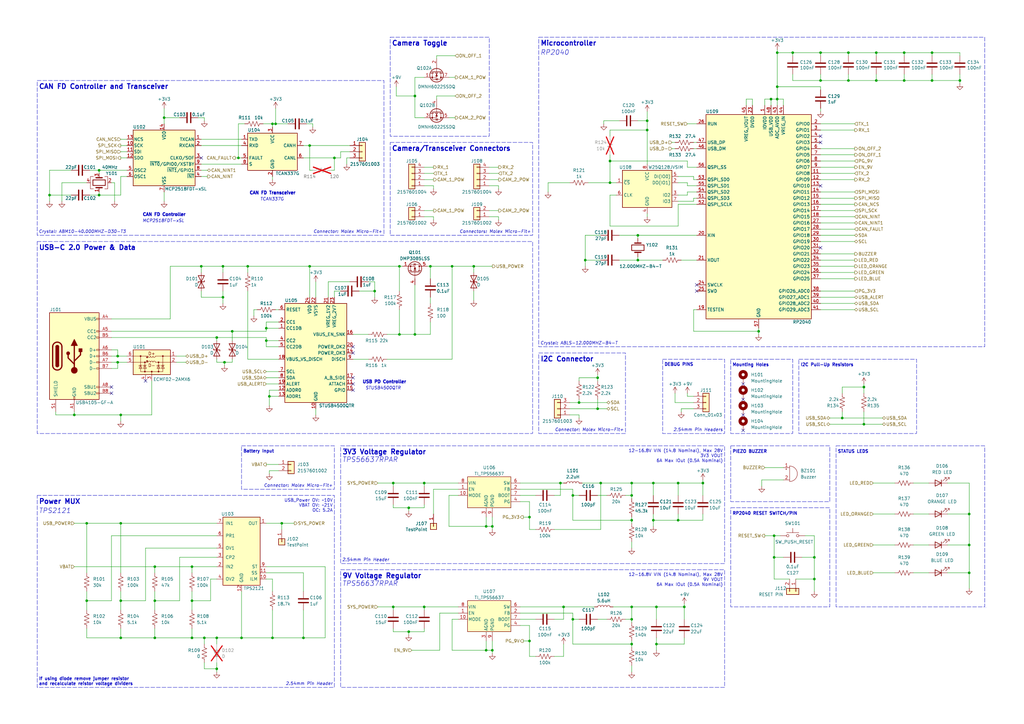
<source format=kicad_sch>
(kicad_sch (version 20230121) (generator eeschema)
  (paper "A3")
  (title_block (title "Stargazer Camera Board") (date "2024-01-31") (rev "A") (company "Illinois Space Society") (comment 4 "Contributers: Rohan Das, Thomas McManamen, Naphat Siripun"))
  (lib_symbols
    (symbol "Connector:USB_C_Receptacle_USB2.0" (pin_names (offset 1.016))
      (property "Reference" "J1" (at 0 21.59 0))
      (property "Value" "USB_C_Receptacle_USB2.0" (at 0 19.05 0))
      (symbol "USB_C_Receptacle_USB2.0_1_1"
        (pin passive line (at 0 -22.86 90) (length 5.08) (name "GND") (number "A1"))
        (pin passive line (at 0 -22.86 90) (length 5.08) hide (name "GND") (number "A12"))
        (pin passive line (at 15.24 15.24 180) (length 5.08) (name "VBUS") (number "A4"))
        (pin bidirectional line (at 15.24 10.16 180) (length 5.08) (name "CC1") (number "A5"))
        (pin bidirectional line (at 15.24 2.54 180) (length 5.08) (name "D+") (number "A6"))
        (pin bidirectional line (at 15.24 -2.54 180) (length 5.08) (name "D-") (number "A7"))
        (pin bidirectional line (at 15.24 -12.7 180) (length 5.08) (name "SBU1") (number "A8"))
        (pin passive line (at 15.24 15.24 180) (length 5.08) hide (name "VBUS") (number "A9"))
        (pin passive line (at 0 -22.86 90) (length 5.08) hide (name "GND") (number "B1"))
        (pin passive line (at 0 -22.86 90) (length 5.08) hide (name "GND") (number "B12"))
        (pin passive line (at 15.24 15.24 180) (length 5.08) hide (name "VBUS") (number "B4"))
        (pin bidirectional line (at 15.24 7.62 180) (length 5.08) (name "CC2") (number "B5"))
        (pin bidirectional line (at 15.24 0 180) (length 5.08) (name "D+") (number "B6"))
        (pin bidirectional line (at 15.24 -5.08 180) (length 5.08) (name "D-") (number "B7"))
        (pin bidirectional line (at 15.24 -15.24 180) (length 5.08) (name "SBU2") (number "B8"))
        (pin passive line (at 15.24 15.24 180) (length 5.08) hide (name "VBUS") (number "B9"))
        (pin passive line (at -7.62 -22.86 90) (length 5.08) (name "SHIELD") (number "S1"))
      )
    )
    (symbol "Connector_Generic:Conn_01x01" (pin_names (offset 1.016) hide)
      (property "Reference" "J" (at 0 2.54 0))
      (property "Value" "Conn_01x01" (at 0 -2.54 0))
      (symbol "Conn_01x01_1_1"
        (pin passive line (at -5.08 0 0) (length 3.81) (name "Pin_1") (number "1"))
      )
    )
    (symbol "Connector_Generic:Conn_01x02" (pin_names (offset 1.016) hide)
      (property "Reference" "J" (at 0 2.54 0))
      (property "Value" "Conn_01x02" (at 0 -5.08 0))
      (symbol "Conn_01x02_1_1"
        (pin passive line (at -5.08 0 0) (length 3.81) (name "Pin_1") (number "1"))
        (pin passive line (at -5.08 -2.54 0) (length 3.81) (name "Pin_2") (number "2"))
      )
    )
    (symbol "Connector_Generic:Conn_01x03" (pin_names (offset 1.016) hide)
      (property "Reference" "J" (at 0 5.08 0))
      (property "Value" "Conn_01x03" (at 0 -5.08 0))
      (symbol "Conn_01x03_1_1"
        (pin passive line (at -5.08 2.54 0) (length 3.81) (name "Pin_1") (number "1"))
        (pin passive line (at -5.08 0 0) (length 3.81) (name "Pin_2") (number "2"))
        (pin passive line (at -5.08 -2.54 0) (length 3.81) (name "Pin_3") (number "3"))
      )
    )
    (symbol "Connector_Generic:Conn_01x04" (pin_names (offset 1.016) hide)
      (property "Reference" "J" (at 0 5.08 0))
      (property "Value" "Conn_01x04" (at 0 -7.62 0))
      (symbol "Conn_01x04_1_1"
        (pin passive line (at -5.08 2.54 0) (length 3.81) (name "Pin_1") (number "1"))
        (pin passive line (at -5.08 0 0) (length 3.81) (name "Pin_2") (number "2"))
        (pin passive line (at -5.08 -2.54 0) (length 3.81) (name "Pin_3") (number "3"))
        (pin passive line (at -5.08 -5.08 0) (length 3.81) (name "Pin_4") (number "4"))
      )
    )
    (symbol "Device:Buzzer" (pin_names (offset 0.0254) hide)
      (property "Reference" "BZ" (at 3.81 1.27 0))
      (property "Value" "Buzzer" (at 3.81 -1.27 0))
      (symbol "Buzzer_1_1"
        (pin passive line (at -2.54 2.54 0) (length 2.54) (name "-") (number "1"))
        (pin passive line (at -2.54 -2.54 0) (length 2.54) (name "+") (number "2"))
      )
    )
    (symbol "Device:C" (pin_numbers hide) (pin_names (offset 0.254))
      (property "Reference" "C" (at 0.635 2.54 0))
      (property "Value" "C" (at 0.635 -2.54 0))
      (symbol "C_1_1"
        (pin passive line (at 0 3.81 270) (length 2.794) (name "~") (number "1"))
        (pin passive line (at 0 -3.81 90) (length 2.794) (name "~") (number "2"))
      )
    )
    (symbol "Device:Crystal" (pin_numbers hide) (pin_names (offset 1.016) hide)
      (property "Reference" "Y" (at 0 3.81 0))
      (property "Value" "Crystal" (at 0 -3.81 0))
      (symbol "Crystal_1_1"
        (pin passive line (at -3.81 0 0) (length 1.27) (name "1") (number "1"))
        (pin passive line (at 3.81 0 180) (length 1.27) (name "2") (number "2"))
      )
    )
    (symbol "Device:Crystal_GND24" (pin_names (offset 1.016) hide)
      (property "Reference" "Y" (at 3.175 5.08 0))
      (property "Value" "Crystal_GND24" (at 3.175 3.175 0))
      (symbol "Crystal_GND24_1_1"
        (pin passive line (at -3.81 0 0) (length 1.27) (name "1") (number "1"))
        (pin passive line (at 0 5.08 270) (length 1.27) (name "2") (number "2"))
        (pin passive line (at 3.81 0 180) (length 1.27) (name "3") (number "3"))
        (pin passive line (at 0 -5.08 90) (length 1.27) (name "4") (number "4"))
      )
    )
    (symbol "Device:D" (pin_numbers hide) (pin_names (offset 1.016) hide)
      (property "Reference" "D" (at 0 2.54 0))
      (property "Value" "D" (at 0 -2.54 0))
      (symbol "D_1_1"
        (pin passive line (at -3.81 0 0) (length 2.54) (name "K") (number "1"))
        (pin passive line (at 3.81 0 180) (length 2.54) (name "A") (number "2"))
      )
    )
    (symbol "Device:L" (pin_numbers hide) (pin_names (offset 1.016) hide)
      (property "Reference" "L" (at -1.27 0 90))
      (property "Value" "L" (at 1.905 0 90))
      (symbol "L_1_1"
        (pin passive line (at 0 3.81 270) (length 1.27) (name "1") (number "1"))
        (pin passive line (at 0 -3.81 90) (length 1.27) (name "2") (number "2"))
      )
    )
    (symbol "Device:LED" (pin_numbers hide) (pin_names (offset 1.016) hide)
      (property "Reference" "D" (at 0 2.54 0))
      (property "Value" "LED" (at 0 -2.54 0))
      (symbol "LED_1_1"
        (pin passive line (at -3.81 0 0) (length 2.54) (name "K") (number "1"))
        (pin passive line (at 3.81 0 180) (length 2.54) (name "A") (number "2"))
      )
    )
    (symbol "Device:R_US" (pin_numbers hide) (pin_names (offset 0))
      (property "Reference" "R" (at 2.54 0 90))
      (property "Value" "R_US" (at -2.54 0 90))
      (symbol "R_US_1_1"
        (pin passive line (at 0 3.81 270) (length 1.27) (name "~") (number "1"))
        (pin passive line (at 0 -3.81 90) (length 1.27) (name "~") (number "2"))
      )
    )
    (symbol "Diode:1.5KExxCA" (pin_numbers hide) (pin_names (offset 1.016) hide)
      (property "Reference" "D" (at 0 2.54 0))
      (property "Value" "1.5KExxCA" (at 0 -2.54 0))
      (symbol "1.5KExxCA_1_1"
        (pin passive line (at -3.81 0 0) (length 2.54) (name "A1") (number "1"))
        (pin passive line (at 3.81 0 180) (length 2.54) (name "A2") (number "2"))
      )
    )
    (symbol "Interface_CAN_LIN:TCAN337G"
      (property "Reference" "U" (at -10.16 8.89 0))
      (property "Value" "TCAN337G" (at 2.54 8.89 0))
      (symbol "TCAN337G_1_1"
        (pin input line (at -12.7 5.08 0) (length 2.54) (name "TXD") (number "1"))
        (pin power_in line (at 0 -10.16 90) (length 2.54) (name "GND") (number "2"))
        (pin power_in line (at 0 10.16 270) (length 2.54) (name "VCC") (number "3"))
        (pin tri_state line (at -12.7 2.54 0) (length 2.54) (name "RXD") (number "4"))
        (pin open_collector line (at -12.7 -2.54 0) (length 2.54) (name "FAULT") (number "5"))
        (pin bidirectional line (at 12.7 -2.54 180) (length 2.54) (name "CANL") (number "6"))
        (pin bidirectional line (at 12.7 2.54 180) (length 2.54) (name "CANH") (number "7"))
        (pin input line (at -12.7 -5.08 0) (length 2.54) (name "S") (number "8"))
      )
    )
    (symbol "Interface_CAN_Microchip:MCP2518FDT-xSL" (pin_names (offset 0.254))
      (property "Reference" "U" (at -11.43 12.7 0))
      (property "Value" "MCP2518FDT-xSL" (at 10.16 -12.7 0))
      (symbol "MCP2518FDT-xSL_1_1"
        (pin output line (at 15.24 7.62 180) (length 2.54) (name "TXCAN") (number "1"))
        (pin input line (at -15.24 5.08 0) (length 2.54) (name "SCK") (number "10"))
        (pin input line (at -15.24 2.54 0) (length 2.54) (name "SDI") (number "11"))
        (pin output line (at -15.24 0 0) (length 2.54) (name "SDO") (number "12"))
        (pin input line (at -15.24 7.62 0) (length 2.54) (name "NCS") (number "13"))
        (pin power_in line (at 0 13.97 270) (length 2.54) (name "VDD") (number "14"))
        (pin input line (at 15.24 5.08 180) (length 2.54) (name "RXCAN") (number "2"))
        (pin output line (at 15.24 0 180) (length 2.54) (name "CLKO/SOF") (number "3"))
        (pin output line (at 15.24 -7.62 180) (length 2.54) (name "~{INT}") (number "4"))
        (pin output line (at -15.24 -5.08 0) (length 2.54) (name "OSC2") (number "5"))
        (pin input line (at -15.24 -7.62 0) (length 2.54) (name "OSC1") (number "6"))
        (pin power_in line (at 0 -13.97 90) (length 2.54) (name "VSS") (number "7"))
        (pin bidirectional line (at 15.24 -5.08 180) (length 2.54) (name "~{INT1}/GPIO1") (number "8"))
        (pin bidirectional line (at 15.24 -2.54 180) (length 2.54) (name "~{INT0}/GPIO0/XSTBY") (number "9"))
      )
    )
    (symbol "Interface_USB:STUSB4500QTR"
      (property "Reference" "U" (at -12.7 21.59 0))
      (property "Value" "STUSB4500QTR" (at 8.89 -21.59 0))
      (symbol "STUSB4500QTR_1_1"
        (pin bidirectional line (at -15.24 10.16 0) (length 2.54) (name "CC1DB") (number "1"))
        (pin power_in line (at 0 -22.86 90) (length 2.54) (name "GND") (number "10"))
        (pin open_collector line (at 15.24 -12.7 180) (length 2.54) (name "ATTACH") (number "11"))
        (pin input line (at -15.24 -15.24 0) (length 2.54) (name "ADDR0") (number "12"))
        (pin input line (at -15.24 -17.78 0) (length 2.54) (name "ADDR1") (number "13"))
        (pin open_collector line (at 15.24 0 180) (length 2.54) (name "POWER_OK3") (number "14"))
        (pin open_collector line (at 15.24 -15.24 180) (length 2.54) (name "GPIO") (number "15"))
        (pin open_collector line (at 15.24 7.62 180) (length 2.54) (name "VBUS_EN_SNK") (number "16"))
        (pin open_collector line (at 15.24 -10.16 180) (length 2.54) (name "A_B_SIDE") (number "17"))
        (pin input line (at -15.24 -2.54 0) (length 2.54) (name "VBUS_VS_DISCH") (number "18"))
        (pin open_collector line (at -15.24 -12.7 0) (length 2.54) (name "ALERT") (number "19"))
        (pin bidirectional line (at -15.24 12.7 0) (length 2.54) (name "CC1") (number "2"))
        (pin open_collector line (at 15.24 2.54 180) (length 2.54) (name "POWER_OK2") (number "20"))
        (pin power_out line (at 5.08 22.86 270) (length 2.54) (name "VREG_1V2") (number "21"))
        (pin power_in line (at 0 22.86 270) (length 2.54) (name "VSYS") (number "22"))
        (pin power_out line (at 7.62 22.86 270) (length 2.54) (name "VREG_2V7") (number "23"))
        (pin power_in line (at -2.54 22.86 270) (length 2.54) (name "VDD") (number "24"))
        (pin passive line (at 0 -22.86 90) (length 2.54) hide (name "GND") (number "25"))
        (pin no_connect line (at -12.7 15.24 0) (length 2.54) hide (name "NC") (number "3"))
        (pin bidirectional line (at -15.24 5.08 0) (length 2.54) (name "CC2") (number "4"))
        (pin bidirectional line (at -15.24 2.54 0) (length 2.54) (name "CC2DB") (number "5"))
        (pin input line (at -15.24 17.78 0) (length 2.54) (name "RESET") (number "6"))
        (pin input line (at -15.24 -7.62 0) (length 2.54) (name "SCL") (number "7"))
        (pin bidirectional line (at -15.24 -10.16 0) (length 2.54) (name "SDA") (number "8"))
        (pin bidirectional line (at 15.24 -2.54 180) (length 2.54) (name "DISCH") (number "9"))
      )
    )
    (symbol "MCU_RaspberryPi:RP2040"
      (property "Reference" "U" (at 17.78 45.72 0))
      (property "Value" "RP2040" (at 17.78 43.18 0))
      (symbol "RP2040_1_1"
        (pin power_in line (at 2.54 45.72 270) (length 3.81) (name "IOVDD") (number "1"))
        (pin passive line (at 2.54 45.72 270) (length 3.81) hide (name "IOVDD") (number "10"))
        (pin bidirectional line (at 25.4 17.78 180) (length 3.81) (name "GPIO8") (number "11"))
        (pin bidirectional line (at 25.4 15.24 180) (length 3.81) (name "GPIO9") (number "12"))
        (pin bidirectional line (at 25.4 12.7 180) (length 3.81) (name "GPIO10") (number "13"))
        (pin bidirectional line (at 25.4 10.16 180) (length 3.81) (name "GPIO11") (number "14"))
        (pin bidirectional line (at 25.4 7.62 180) (length 3.81) (name "GPIO12") (number "15"))
        (pin bidirectional line (at 25.4 5.08 180) (length 3.81) (name "GPIO13") (number "16"))
        (pin bidirectional line (at 25.4 2.54 180) (length 3.81) (name "GPIO14") (number "17"))
        (pin bidirectional line (at 25.4 0 180) (length 3.81) (name "GPIO15") (number "18"))
        (pin input line (at -25.4 -38.1 0) (length 3.81) (name "TESTEN") (number "19"))
        (pin bidirectional line (at 25.4 38.1 180) (length 3.81) (name "GPIO0") (number "2"))
        (pin input line (at -25.4 -7.62 0) (length 3.81) (name "XIN") (number "20"))
        (pin passive line (at -25.4 -17.78 0) (length 3.81) (name "XOUT") (number "21"))
        (pin passive line (at 2.54 45.72 270) (length 3.81) hide (name "IOVDD") (number "22"))
        (pin power_in line (at -2.54 45.72 270) (length 3.81) (name "DVDD") (number "23"))
        (pin input line (at -25.4 -27.94 0) (length 3.81) (name "SWCLK") (number "24"))
        (pin bidirectional line (at -25.4 -30.48 0) (length 3.81) (name "SWD") (number "25"))
        (pin input line (at -25.4 38.1 0) (length 3.81) (name "RUN") (number "26"))
        (pin bidirectional line (at 25.4 -2.54 180) (length 3.81) (name "GPIO16") (number "27"))
        (pin bidirectional line (at 25.4 -5.08 180) (length 3.81) (name "GPIO17") (number "28"))
        (pin bidirectional line (at 25.4 -7.62 180) (length 3.81) (name "GPIO18") (number "29"))
        (pin bidirectional line (at 25.4 35.56 180) (length 3.81) (name "GPIO1") (number "3"))
        (pin bidirectional line (at 25.4 -10.16 180) (length 3.81) (name "GPIO19") (number "30"))
        (pin bidirectional line (at 25.4 -12.7 180) (length 3.81) (name "GPIO20") (number "31"))
        (pin bidirectional line (at 25.4 -15.24 180) (length 3.81) (name "GPIO21") (number "32"))
        (pin passive line (at 2.54 45.72 270) (length 3.81) hide (name "IOVDD") (number "33"))
        (pin bidirectional line (at 25.4 -17.78 180) (length 3.81) (name "GPIO22") (number "34"))
        (pin bidirectional line (at 25.4 -20.32 180) (length 3.81) (name "GPIO23") (number "35"))
        (pin bidirectional line (at 25.4 -22.86 180) (length 3.81) (name "GPIO24") (number "36"))
        (pin bidirectional line (at 25.4 -25.4 180) (length 3.81) (name "GPIO25") (number "37"))
        (pin bidirectional line (at 25.4 -30.48 180) (length 3.81) (name "GPIO26_ADC0") (number "38"))
        (pin bidirectional line (at 25.4 -33.02 180) (length 3.81) (name "GPIO27_ADC1") (number "39"))
        (pin bidirectional line (at 25.4 33.02 180) (length 3.81) (name "GPIO2") (number "4"))
        (pin bidirectional line (at 25.4 -35.56 180) (length 3.81) (name "GPIO28_ADC2") (number "40"))
        (pin bidirectional line (at 25.4 -38.1 180) (length 3.81) (name "GPIO29_ADC3") (number "41"))
        (pin passive line (at 2.54 45.72 270) (length 3.81) hide (name "IOVDD") (number "42"))
        (pin power_in line (at 7.62 45.72 270) (length 3.81) (name "ADC_AVDD") (number "43"))
        (pin power_in line (at 10.16 45.72 270) (length 3.81) (name "VREG_IN") (number "44"))
        (pin power_out line (at -5.08 45.72 270) (length 3.81) (name "VREG_VOUT") (number "45"))
        (pin bidirectional line (at -25.4 27.94 0) (length 3.81) (name "USB_DM") (number "46"))
        (pin bidirectional line (at -25.4 30.48 0) (length 3.81) (name "USB_DP") (number "47"))
        (pin power_in line (at 5.08 45.72 270) (length 3.81) (name "USB_VDD") (number "48"))
        (pin passive line (at 2.54 45.72 270) (length 3.81) hide (name "IOVDD") (number "49"))
        (pin bidirectional line (at 25.4 30.48 180) (length 3.81) (name "GPIO3") (number "5"))
        (pin passive line (at -2.54 45.72 270) (length 3.81) hide (name "DVDD") (number "50"))
        (pin bidirectional line (at -25.4 7.62 0) (length 3.81) (name "QSPI_SD3") (number "51"))
        (pin output line (at -25.4 5.08 0) (length 3.81) (name "QSPI_SCLK") (number "52"))
        (pin bidirectional line (at -25.4 15.24 0) (length 3.81) (name "QSPI_SD0") (number "53"))
        (pin bidirectional line (at -25.4 10.16 0) (length 3.81) (name "QSPI_SD2") (number "54"))
        (pin bidirectional line (at -25.4 12.7 0) (length 3.81) (name "QSPI_SD1") (number "55"))
        (pin bidirectional line (at -25.4 20.32 0) (length 3.81) (name "QSPI_SS") (number "56"))
        (pin power_in line (at 0 -45.72 90) (length 3.81) (name "GND") (number "57"))
        (pin bidirectional line (at 25.4 27.94 180) (length 3.81) (name "GPIO4") (number "6"))
        (pin bidirectional line (at 25.4 25.4 180) (length 3.81) (name "GPIO5") (number "7"))
        (pin bidirectional line (at 25.4 22.86 180) (length 3.81) (name "GPIO6") (number "8"))
        (pin bidirectional line (at 25.4 20.32 180) (length 3.81) (name "GPIO7") (number "9"))
      )
    )
    (symbol "Mechanical:MountingHole_Pad" (pin_numbers hide) (pin_names (offset 1.016) hide)
      (property "Reference" "H" (at 0 6.35 0))
      (property "Value" "MountingHole_Pad" (at 0 4.445 0))
      (symbol "MountingHole_Pad_1_1"
        (pin input line (at 0 -2.54 90) (length 2.54) (name "1") (number "1"))
      )
    )
    (symbol "Power_MUX:TPS2121" (pin_names (offset 1.016))
      (property "Reference" "U4" (at -6.35 16.51 0))
      (property "Value" "TPS2121" (at 5.08 -16.51 0))
      (symbol "TPS2121_0_0"
        (pin output line (at 10.16 -10.16 180) (length 2.54) (name "ILM") (number "10"))
        (pin output line (at 10.16 -7.62 180) (length 2.54) (name "SS") (number "11"))
        (pin power_in line (at 0 -15.24 90) (length 2.54) (name "GND") (number "12"))
        (pin power_in line (at -10.16 -5.08 0) (length 2.54) (name "IN2") (number "2"))
        (pin input line (at -10.16 -1.27 0) (length 2.54) (name "CP2") (number "3"))
        (pin input line (at -10.16 -10.16 0) (length 2.54) (name "OV2") (number "4"))
        (pin input line (at -10.16 2.54 0) (length 2.54) (name "OV1") (number "5"))
        (pin input line (at -10.16 7.62 0) (length 2.54) (name "PR1") (number "6"))
        (pin power_in line (at -10.16 12.7 0) (length 2.54) (name "IN1") (number "7"))
        (pin output line (at 10.16 -5.08 180) (length 2.54) (name "ST") (number "9"))
      )
      (symbol "TPS2121_1_0"
        (pin power_out line (at 10.16 12.7 180) (length 2.54) (name "OUT") (number "1"))
        (pin power_out line (at 10.16 12.7 180) (length 2.54) hide (name "OUT") (number "8"))
      )
    )
    (symbol "Power_Protection:ECMF02-2AMX6" (pin_names (offset 0.0254) hide)
      (property "Reference" "U" (at 0 10.16 0))
      (property "Value" "ECMF02-2AMX6" (at 0 7.62 0))
      (symbol "ECMF02-2AMX6_0_1"
        (text "D+" (at 0 3.556 0) (effects (font (size 1.27 1.27))))
        (text "D-" (at 0 -1.27 0) (effects (font (size 1.27 1.27))))
      )
      (symbol "ECMF02-2AMX6_1_1"
        (pin passive line (at -10.16 2.54 0) (length 2.54) (name "D+_in") (number "1"))
        (pin passive line (at -10.16 0 0) (length 2.54) (name "D-_in") (number "2"))
        (pin power_in line (at 0 -7.62 90) (length 2.54) (name "GND") (number "3"))
        (pin free line (at 2.54 -7.62 90) (length 2.54) (name "NC") (number "4"))
        (pin passive line (at 10.16 0 180) (length 2.54) (name "D-_out") (number "5"))
        (pin passive line (at 10.16 2.54 180) (length 2.54) (name "D+_out") (number "6"))
      )
    )
    (symbol "RP2040_minimal-rescue:W25Q128JVS-Memory_Flash"
      (property "Reference" "U" (at -8.89 8.89 0))
      (property "Value" "Memory_Flash_W25Q128JVS" (at 7.62 8.89 0))
      (symbol "W25Q128JVS-Memory_Flash_1_1"
        (pin input line (at -12.7 2.54 0) (length 2.54) (name "~{CS}") (number "1"))
        (pin bidirectional line (at 12.7 2.54 180) (length 2.54) (name "DO(IO1)") (number "2"))
        (pin bidirectional line (at 12.7 -2.54 180) (length 2.54) (name "IO2") (number "3"))
        (pin power_in line (at 0 -10.16 90) (length 2.54) (name "GND") (number "4"))
        (pin bidirectional line (at 12.7 5.08 180) (length 2.54) (name "DI(IO0)") (number "5"))
        (pin input line (at -12.7 -2.54 0) (length 2.54) (name "CLK") (number "6"))
        (pin bidirectional line (at 12.7 -5.08 180) (length 2.54) (name "IO3") (number "7"))
        (pin power_in line (at 0 10.16 270) (length 2.54) (name "VCC") (number "8"))
      )
    )
    (symbol "Regulator_Texas:TI_TPS56637" (pin_names (offset 0.254))
      (property "Reference" "U" (at 0 10.16 0))
      (property "Value" "TI_TPS56637" (at 0 7.62 0))
      (symbol "TI_TPS56637_1_1"
        (pin power_in line (at -12.7 1.27 0) (length 3.81) (name "EN") (number "1"))
        (pin power_in line (at -12.7 -1.27 0) (length 3.81) (name "MODE") (number "10"))
        (pin power_in line (at 12.7 1.27 180) (length 3.81) (name "FB") (number "2"))
        (pin power_in line (at -1.27 -10.16 90) (length 3.81) (name "AGND") (number "3"))
        (pin power_in line (at 12.7 -3.81 180) (length 3.81) (name "PG") (number "4"))
        (pin no_connect line (at -8.89 -3.81 0) (length 3.81) hide (name "NC") (number "5"))
        (pin power_in line (at 12.7 3.81 180) (length 3.81) (name "SW") (number "6"))
        (pin power_in line (at 12.7 -1.27 180) (length 3.81) (name "BOOT") (number "7"))
        (pin power_in line (at -12.7 3.81 0) (length 3.81) (name "VIN") (number "8"))
        (pin power_in line (at 1.27 -10.16 90) (length 3.81) (name "PGND") (number "9"))
      )
    )
    (symbol "Switch:SW_Push" (pin_numbers hide) (pin_names (offset 1.016) hide)
      (property "Reference" "SW" (at 1.27 2.54 0))
      (property "Value" "SW_Push" (at 0 -1.524 0))
      (symbol "SW_Push_0_1"
        (pin passive line (at -5.08 0 0) (length 2.54) (name "1") (number "1"))
        (pin passive line (at 5.08 0 180) (length 2.54) (name "2") (number "2"))
      )
    )
    (symbol "Transistor_FET_Diodes:DMNH6022SSDQ" (pin_names hide)
      (property "Reference" "Q" (at 2.54 -1.27 0))
      (property "Value" "DMNH6022SSDQ" (at 2.54 1.27 0))
      (symbol "DMNH6022SSDQ_1_0"
        (pin passive line (at 0 -5.08 90) (length 2.54) (name "S1") (number "1"))
        (pin input line (at -7.62 0 0) (length 2.54) (name "G1") (number "2"))
        (pin passive line (at 0 5.08 270) (length 2.54) (name "D1") (number "7"))
        (pin passive line (at 0 5.08 270) (length 2.54) hide (name "D1") (number "8"))
      )
      (symbol "DMNH6022SSDQ_2_0"
        (pin passive line (at 0 -5.08 90) (length 2.54) (name "S2") (number "3"))
        (pin input line (at -7.62 0 0) (length 2.54) (name "G2") (number "4"))
        (pin passive line (at 0 5.08 270) (length 2.54) (name "D2") (number "5"))
        (pin passive line (at 0 5.08 270) (length 2.54) hide (name "D2") (number "6"))
      )
    )
    (symbol "Transistor_FET_Diodes:DMP3085LSS" (pin_names (offset 0) hide)
      (property "Reference" "Q" (at 5.08 1.27 0))
      (property "Value" "DMP3085LSS" (at 5.08 -1.27 0))
      (symbol "DMP3085LSS_1_1"
        (pin passive line (at 2.54 -5.08 90) (length 2.54) (name "S") (number "1"))
        (pin passive line (at 2.54 -5.08 90) (length 2.54) hide (name "S") (number "2"))
        (pin passive line (at 2.54 -5.08 90) (length 2.54) hide (name "S") (number "3"))
        (pin input line (at -5.08 0 0) (length 2.54) (name "G") (number "4"))
        (pin passive line (at 2.54 5.08 270) (length 2.54) (name "D") (number "5"))
        (pin passive line (at 2.54 5.08 270) (length 2.54) hide (name "D") (number "6"))
        (pin passive line (at 2.54 5.08 270) (length 2.54) hide (name "D") (number "7"))
        (pin passive line (at 2.54 5.08 270) (length 2.54) hide (name "D") (number "8"))
      )
    )
    (symbol "power:+3V3" (power) (pin_names (offset 0))
      (property "Value" "+3V3" (at 0 3.556 0))
      (symbol "+3V3_1_1"
        (pin power_in line (at 0 0 90) (length 0) hide (name "+3V3") (number "1"))
      )
    )
    (symbol "power:+9V" (power) (pin_names (offset 0))
      (property "Value" "+9V" (at 0 3.556 0))
      (symbol "+9V_1_1"
        (pin power_in line (at 0 0 90) (length 0) hide (name "+9V") (number "1"))
      )
    )
    (symbol "power:GND" (power) (pin_names (offset 0))
      (property "Value" "GND" (at 0 -3.81 0))
      (symbol "GND_1_1"
        (pin power_in line (at 0 0 270) (length 0) hide (name "GND") (number "1"))
      )
    )
  )
  (junction (at 370.84 21.59))
  (junction (at 250.19 74.93))
  (junction (at 354.33 158.75))
  (junction (at 318.77 21.59))
  (junction (at 110.49 162.56))
  (junction (at 40.64 80.01))
  (junction (at 35.56 246.38))
  (junction (at 347.98 33.02))
  (junction (at 30.48 170.18))
  (junction (at 40.64 69.85))
  (junction (at 354.33 173.99))
  (junction (at 217.17 212.09))
  (junction (at 234.95 203.2))
  (junction (at 397.51 234.95))
  (junction (at 336.55 33.02))
  (junction (at 261.62 96.52))
  (junction (at 176.53 109.22))
  (junction (at 278.13 213.36))
  (junction (at 78.74 246.38))
  (junction (at 278.13 198.12))
  (junction (at 88.9 261.62))
  (junction (at 359.41 21.59))
  (junction (at 35.56 214.63))
  (junction (at 259.08 248.92))
  (junction (at 97.79 64.77))
  (junction (at 49.53 170.18))
  (junction (at 382.27 33.02))
  (junction (at 325.12 21.59))
  (junction (at 370.84 33.02))
  (junction (at 250.19 66.04))
  (junction (at 124.46 261.62))
  (junction (at 199.39 266.7))
  (junction (at 163.83 109.22))
  (junction (at 245.11 167.64))
  (junction (at 161.29 198.12))
  (junction (at 259.08 213.36))
  (junction (at 334.01 237.49))
  (junction (at 265.43 49.53))
  (junction (at 115.57 214.63))
  (junction (at 397.51 223.52))
  (junction (at 49.53 261.62))
  (junction (at 20.32 80.01))
  (junction (at 99.06 261.62))
  (junction (at 109.22 139.7))
  (junction (at 259.08 203.2))
  (junction (at 185.42 109.22))
  (junction (at 382.27 21.59))
  (junction (at 78.74 232.41))
  (junction (at 91.44 109.22))
  (junction (at 318.77 35.56))
  (junction (at 231.14 248.92))
  (junction (at 91.44 121.92))
  (junction (at 267.97 198.12))
  (junction (at 217.17 262.89))
  (junction (at 336.55 21.59))
  (junction (at 49.53 246.38))
  (junction (at 137.16 64.77))
  (junction (at 88.9 274.32))
  (junction (at 63.5 232.41))
  (junction (at 234.95 254))
  (junction (at 316.23 40.64))
  (junction (at 83.82 261.62))
  (junction (at 269.24 264.16))
  (junction (at 78.74 261.62))
  (junction (at 173.99 198.12))
  (junction (at 280.67 248.92))
  (junction (at 63.5 261.62))
  (junction (at 95.25 135.89))
  (junction (at 288.29 198.12))
  (junction (at 109.22 134.62))
  (junction (at 397.51 210.82))
  (junction (at 259.08 254))
  (junction (at 101.6 109.22))
  (junction (at 111.76 50.8))
  (junction (at 127 109.22))
  (junction (at 259.08 198.12))
  (junction (at 265.43 53.34))
  (junction (at 259.08 264.16))
  (junction (at 311.15 135.89))
  (junction (at 153.67 119.38))
  (junction (at 167.64 208.28))
  (junction (at 194.31 109.22))
  (junction (at 240.03 106.68))
  (junction (at 201.93 266.7))
  (junction (at 88.9 138.43))
  (junction (at 167.64 259.08))
  (junction (at 345.44 171.45))
  (junction (at 347.98 21.59))
  (junction (at 92.075 148.59))
  (junction (at 393.7 33.02))
  (junction (at 245.11 154.94))
  (junction (at 63.5 246.38))
  (junction (at 127 59.69))
  (junction (at 237.49 165.1))
  (junction (at 199.39 215.9))
  (junction (at 48.26 148.59))
  (junction (at 334.01 228.6))
  (junction (at 317.5 228.6))
  (junction (at 201.93 215.9))
  (junction (at 163.83 137.16))
  (junction (at 49.53 214.63))
  (junction (at 170.18 137.16))
  (junction (at 113.03 50.8))
  (junction (at 261.62 106.68))
  (junction (at 67.31 48.26))
  (junction (at 246.38 198.12))
  (junction (at 173.99 248.92))
  (junction (at 82.55 109.22))
  (junction (at 161.29 248.92))
  (junction (at 359.41 33.02))
  (junction (at 318.77 40.64))
  (junction (at 229.87 198.12))
  (junction (at 170.18 39.37))
  (junction (at 267.97 213.36))
  (junction (at 269.24 248.92))
  (junction (at 111.76 261.62))
  (junction (at 48.26 146.05))
  (junction (at 317.5 219.71))
  (no_connect (at 82.55 64.77))
  (no_connect (at 45.72 158.75))
  (no_connect (at 336.55 101.6))
  (no_connect (at 59.69 156.21))
  (no_connect (at 304.8 170.18))
  (no_connect (at 144.78 154.94))
  (no_connect (at 336.55 76.2))
  (no_connect (at 304.8 163.83))
  (no_connect (at 304.8 157.48))
  (no_connect (at 285.75 119.38))
  (no_connect (at 336.55 55.88))
  (no_connect (at 144.78 142.24))
  (no_connect (at 144.78 144.78))
  (no_connect (at 144.78 157.48))
  (no_connect (at 336.55 58.42))
  (no_connect (at 144.78 160.02))
  (no_connect (at 285.75 116.84))
  (no_connect (at 304.8 176.53))
  (no_connect (at 45.72 161.29))
  (wire (pts (xy 259.08 248.92) (xy 269.24 248.92)))
  (wire (pts (xy 250.19 53.34) (xy 265.43 53.34)))
  (wire (pts (xy 285.75 83.82) (xy 278.13 83.82)))
  (wire (pts (xy 109.22 157.48) (xy 114.3 157.48)))
  (wire (pts (xy 345.44 171.45) (xy 361.95 171.45)))
  (wire (pts (xy 99.06 261.62) (xy 111.76 261.62)))
  (wire (pts (xy 350.52 53.34) (xy 336.55 53.34)))
  (wire (pts (xy 281.94 76.2) (xy 285.75 76.2)))
  (wire (pts (xy 217.17 269.24) (xy 217.17 262.89)))
  (wire (pts (xy 358.14 234.95) (xy 367.03 234.95)))
  (wire (pts (xy 281.94 68.58) (xy 285.75 68.58)))
  (wire (pts (xy 127 109.22) (xy 127 121.92)))
  (wire (pts (xy 321.31 228.6) (xy 317.5 228.6)))
  (wire (pts (xy 72.39 148.59) (xy 76.2 148.59)))
  (wire (pts (xy 133.35 261.62) (xy 133.35 232.41)))
  (wire (pts (xy 45.72 130.81) (xy 69.85 130.81)))
  (wire (pts (xy 267.97 210.82) (xy 267.97 213.36)))
  (wire (pts (xy 350.52 83.82) (xy 336.55 83.82)))
  (wire (pts (xy 185.42 254) (xy 187.96 254)))
  (wire (pts (xy 318.77 21.59) (xy 325.12 21.59)))
  (wire (pts (xy 251.46 248.92) (xy 259.08 248.92)))
  (wire (pts (xy 83.82 261.62) (xy 83.82 264.16)))
  (wire (pts (xy 199.39 266.7) (xy 201.93 266.7)))
  (wire (pts (xy 313.69 43.18) (xy 313.69 40.64)))
  (wire (pts (xy 186.69 48.26) (xy 184.15 48.26)))
  (wire (pts (xy 161.29 208.28) (xy 167.64 208.28)))
  (wire (pts (xy 246.38 106.68) (xy 240.03 106.68)))
  (wire (pts (xy 139.7 64.77) (xy 139.7 62.23)))
  (wire (pts (xy 254 106.68) (xy 261.62 106.68)))
  (wire (pts (xy 92.075 148.59) (xy 95.25 148.59)))
  (wire (pts (xy 124.46 234.95) (xy 124.46 242.57)))
  (wire (pts (xy 336.55 22.86) (xy 336.55 21.59)))
  (wire (pts (xy 49.53 59.69) (xy 52.07 59.69)))
  (wire (pts (xy 109.22 232.41) (xy 133.35 232.41)))
  (wire (pts (xy 115.57 214.63) (xy 115.57 217.17)))
  (wire (pts (xy 370.84 30.48) (xy 370.84 33.02)))
  (wire (pts (xy 224.79 74.93) (xy 233.68 74.93)))
  (wire (pts (xy 256.54 203.2) (xy 259.08 203.2)))
  (wire (pts (xy 279.4 167.64) (xy 279.4 168.91)))
  (wire (pts (xy 397.51 223.52) (xy 388.62 223.52)))
  (wire (pts (xy 85.09 69.85) (xy 82.55 69.85)))
  (wire (pts (xy 259.08 248.92) (xy 259.08 254)))
  (wire (pts (xy 52.07 69.85) (xy 40.64 69.85)))
  (wire (pts (xy 49.53 80.01) (xy 49.53 72.39)))
  (wire (pts (xy 313.69 191.77) (xy 321.31 191.77)))
  (wire (pts (xy 285.75 96.52) (xy 261.62 96.52)))
  (wire (pts (xy 63.5 232.41) (xy 63.5 234.95)))
  (wire (pts (xy 213.36 203.2) (xy 219.71 203.2)))
  (wire (pts (xy 278.13 72.39) (xy 284.48 72.39)))
  (wire (pts (xy 184.15 203.2) (xy 184.15 215.9)))
  (wire (pts (xy 88.9 261.62) (xy 99.06 261.62)))
  (wire (pts (xy 95.25 139.7) (xy 95.25 135.89)))
  (wire (pts (xy 238.76 198.12) (xy 246.38 198.12)))
  (wire (pts (xy 350.52 63.5) (xy 336.55 63.5)))
  (wire (pts (xy 354.33 158.75) (xy 354.33 161.29)))
  (wire (pts (xy 397.51 241.3) (xy 397.51 234.95)))
  (wire (pts (xy 350.52 50.8) (xy 336.55 50.8)))
  (wire (pts (xy 109.22 237.49) (xy 111.76 237.49)))
  (wire (pts (xy 137.16 121.92) (xy 137.16 119.38)))
  (wire (pts (xy 247.65 49.53) (xy 247.65 50.8)))
  (wire (pts (xy 186.69 39.37) (xy 179.07 39.37)))
  (wire (pts (xy 167.64 209.55) (xy 167.64 208.28)))
  (wire (pts (xy 109.22 142.24) (xy 114.3 142.24)))
  (wire (pts (xy 269.24 264.16) (xy 269.24 266.7)))
  (wire (pts (xy 30.48 170.18) (xy 22.86 170.18)))
  (wire (pts (xy 275.59 58.42) (xy 276.86 58.42)))
  (wire (pts (xy 350.52 88.9) (xy 336.55 88.9)))
  (wire (pts (xy 185.42 147.32) (xy 185.42 109.22)))
  (wire (pts (xy 281.94 66.04) (xy 250.19 66.04)))
  (wire (pts (xy 229.87 198.12) (xy 229.87 203.2)))
  (wire (pts (xy 30.48 168.91) (xy 30.48 170.18)))
  (wire (pts (xy 167.64 260.35) (xy 167.64 259.08)))
  (wire (pts (xy 158.75 147.32) (xy 185.42 147.32)))
  (wire (pts (xy 284.48 82.55) (xy 284.48 81.28)))
  (wire (pts (xy 109.22 152.4) (xy 114.3 152.4)))
  (wire (pts (xy 284.48 72.39) (xy 284.48 73.66)))
  (wire (pts (xy 374.65 234.95) (xy 381 234.95)))
  (wire (pts (xy 46.99 74.93) (xy 45.72 74.93)))
  (wire (pts (xy 259.08 198.12) (xy 259.08 203.2)))
  (wire (pts (xy 40.64 71.12) (xy 40.64 69.85)))
  (wire (pts (xy 247.65 49.53) (xy 254 49.53)))
  (wire (pts (xy 161.29 198.12) (xy 173.99 198.12)))
  (wire (pts (xy 88.9 138.43) (xy 109.22 138.43)))
  (wire (pts (xy 279.4 106.68) (xy 285.75 106.68)))
  (wire (pts (xy 173.99 248.92) (xy 173.99 250.19)))
  (wire (pts (xy 354.33 157.48) (xy 354.33 158.75)))
  (wire (pts (xy 201.93 266.7) (xy 201.93 267.97)))
  (wire (pts (xy 59.69 224.79) (xy 88.9 224.79)))
  (wire (pts (xy 234.95 213.36) (xy 259.08 213.36)))
  (wire (pts (xy 199.39 262.89) (xy 199.39 266.7)))
  (wire (pts (xy 350.52 73.66) (xy 336.55 73.66)))
  (wire (pts (xy 350.52 86.36) (xy 336.55 86.36)))
  (wire (pts (xy 217.17 217.17) (xy 219.71 217.17)))
  (wire (pts (xy 110.49 193.04) (xy 114.3 193.04)))
  (wire (pts (xy 134.62 115.57) (xy 143.51 115.57)))
  (wire (pts (xy 49.53 57.15) (xy 52.07 57.15)))
  (wire (pts (xy 129.54 115.57) (xy 129.54 121.92)))
  (wire (pts (xy 83.82 48.26) (xy 83.82 49.53)))
  (wire (pts (xy 336.55 21.59) (xy 347.98 21.59)))
  (wire (pts (xy 284.48 60.96) (xy 285.75 60.96)))
  (wire (pts (xy 81.28 48.26) (xy 83.82 48.26)))
  (wire (pts (xy 177.8 68.58) (xy 173.99 68.58)))
  (wire (pts (xy 144.78 147.32) (xy 151.13 147.32)))
  (wire (pts (xy 109.22 154.94) (xy 114.3 154.94)))
  (wire (pts (xy 92.075 148.59) (xy 92.075 149.86)))
  (wire (pts (xy 194.31 123.19) (xy 194.31 119.38)))
  (wire (pts (xy 163.83 137.16) (xy 170.18 137.16)))
  (wire (pts (xy 347.98 21.59) (xy 359.41 21.59)))
  (wire (pts (xy 345.44 168.91) (xy 345.44 171.45)))
  (wire (pts (xy 227.33 269.24) (xy 231.14 269.24)))
  (wire (pts (xy 127 59.69) (xy 143.51 59.69)))
  (wire (pts (xy 280.67 248.92) (xy 269.24 248.92)))
  (wire (pts (xy 204.47 73.66) (xy 200.66 73.66)))
  (wire (pts (xy 69.85 109.22) (xy 82.55 109.22)))
  (wire (pts (xy 201.93 262.89) (xy 201.93 266.7)))
  (wire (pts (xy 49.53 214.63) (xy 88.9 214.63)))
  (wire (pts (xy 82.55 121.92) (xy 91.44 121.92)))
  (wire (pts (xy 177.8 73.66) (xy 173.99 73.66)))
  (wire (pts (xy 393.7 33.02) (xy 393.7 34.29)))
  (wire (pts (xy 288.29 196.85) (xy 288.29 198.12)))
  (wire (pts (xy 99.06 242.57) (xy 99.06 261.62)))
  (wire (pts (xy 350.52 71.12) (xy 336.55 71.12)))
  (wire (pts (xy 62.23 156.21) (xy 62.23 170.18)))
  (wire (pts (xy 72.39 146.05) (xy 76.2 146.05)))
  (wire (pts (xy 184.15 203.2) (xy 187.96 203.2)))
  (wire (pts (xy 52.07 72.39) (xy 49.53 72.39)))
  (wire (pts (xy 234.95 254) (xy 237.49 254)))
  (wire (pts (xy 284.48 127) (xy 284.48 135.89)))
  (wire (pts (xy 82.55 119.38) (xy 82.55 121.92)))
  (wire (pts (xy 78.74 242.57) (xy 78.74 246.38)))
  (wire (pts (xy 91.44 119.38) (xy 91.44 121.92)))
  (wire (pts (xy 347.98 33.02) (xy 336.55 33.02)))
  (wire (pts (xy 88.9 148.59) (xy 88.9 147.32)))
  (wire (pts (xy 350.52 127) (xy 336.55 127)))
  (wire (pts (xy 49.53 214.63) (xy 49.53 234.95)))
  (wire (pts (xy 269.24 264.16) (xy 269.24 261.62)))
  (wire (pts (xy 234.95 203.2) (xy 237.49 203.2)))
  (wire (pts (xy 104.14 127) (xy 105.41 127)))
  (wire (pts (xy 281.94 68.58) (xy 281.94 66.04)))
  (wire (pts (xy 88.9 271.78) (xy 88.9 274.32)))
  (wire (pts (xy 161.29 248.92) (xy 161.29 250.19)))
  (wire (pts (xy 359.41 30.48) (xy 359.41 33.02)))
  (wire (pts (xy 82.55 59.69) (xy 99.06 59.69)))
  (wire (pts (xy 137.16 64.77) (xy 139.7 64.77)))
  (wire (pts (xy 154.94 198.12) (xy 161.29 198.12)))
  (wire (pts (xy 340.36 171.45) (xy 345.44 171.45)))
  (wire (pts (xy 40.64 80.01) (xy 40.64 78.74)))
  (wire (pts (xy 259.08 254) (xy 259.08 255.27)))
  (wire (pts (xy 217.17 217.17) (xy 217.17 212.09)))
  (wire (pts (xy 311.15 137.16) (xy 311.15 135.89)))
  (wire (pts (xy 245.11 163.83) (xy 245.11 167.64)))
  (wire (pts (xy 334.01 219.71) (xy 330.2 219.71)))
  (wire (pts (xy 248.92 167.64) (xy 245.11 167.64)))
  (wire (pts (xy 25.4 74.93) (xy 25.4 82.55)))
  (wire (pts (xy 177.8 76.2) (xy 177.8 77.47)))
  (wire (pts (xy 359.41 22.86) (xy 359.41 21.59)))
  (wire (pts (xy 82.55 109.22) (xy 82.55 111.76)))
  (wire (pts (xy 382.27 22.86) (xy 382.27 21.59)))
  (wire (pts (xy 240.03 96.52) (xy 240.03 106.68)))
  (wire (pts (xy 161.29 259.08) (xy 167.64 259.08)))
  (wire (pts (xy 82.55 67.31) (xy 99.06 67.31)))
  (wire (pts (xy 109.22 135.89) (xy 109.22 134.62)))
  (wire (pts (xy 259.08 212.09) (xy 259.08 213.36)))
  (wire (pts (xy 224.79 78.74) (xy 224.79 74.93)))
  (wire (pts (xy 288.29 213.36) (xy 278.13 213.36)))
  (wire (pts (xy 393.7 30.48) (xy 393.7 33.02)))
  (wire (pts (xy 49.53 170.18) (xy 49.53 172.72)))
  (wire (pts (xy 137.16 69.85) (xy 135.89 69.85)))
  (wire (pts (xy 161.29 207.01) (xy 161.29 208.28)))
  (wire (pts (xy 259.08 262.89) (xy 259.08 264.16)))
  (wire (pts (xy 350.52 60.96) (xy 336.55 60.96)))
  (wire (pts (xy 234.95 200.66) (xy 234.95 203.2)))
  (wire (pts (xy 234.95 251.46) (xy 234.95 254)))
  (wire (pts (xy 350.52 111.76) (xy 336.55 111.76)))
  (wire (pts (xy 109.22 138.43) (xy 109.22 139.7)))
  (wire (pts (xy 101.6 119.38) (xy 101.6 147.32)))
  (wire (pts (xy 246.38 217.17) (xy 246.38 198.12)))
  (wire (pts (xy 124.46 59.69) (xy 127 59.69)))
  (wire (pts (xy 237.49 163.83) (xy 237.49 165.1)))
  (wire (pts (xy 83.82 274.32) (xy 88.9 274.32)))
  (wire (pts (xy 347.98 22.86) (xy 347.98 21.59)))
  (wire (pts (xy 245.11 153.67) (xy 245.11 154.94)))
  (wire (pts (xy 237.49 156.21) (xy 237.49 154.94)))
  (wire (pts (xy 317.5 228.6) (xy 317.5 237.49)))
  (wire (pts (xy 350.52 124.46) (xy 336.55 124.46)))
  (wire (pts (xy 278.13 198.12) (xy 278.13 203.2)))
  (wire (pts (xy 162.56 39.37) (xy 170.18 39.37)))
  (wire (pts (xy 227.33 217.17) (xy 246.38 217.17)))
  (wire (pts (xy 336.55 119.38) (xy 350.52 119.38)))
  (wire (pts (xy 176.53 121.92) (xy 176.53 124.46)))
  (wire (pts (xy 278.13 92.71) (xy 250.19 92.71)))
  (wire (pts (xy 284.48 81.28) (xy 285.75 81.28)))
  (wire (pts (xy 91.44 109.22) (xy 91.44 111.76)))
  (wire (pts (xy 259.08 204.47) (xy 259.08 203.2)))
  (wire (pts (xy 350.52 121.92) (xy 336.55 121.92)))
  (wire (pts (xy 173.99 198.12) (xy 187.96 198.12)))
  (wire (pts (xy 109.22 134.62) (xy 114.3 134.62)))
  (wire (pts (xy 217.17 212.09) (xy 217.17 205.74)))
  (wire (pts (xy 186.69 31.75) (xy 184.15 31.75)))
  (wire (pts (xy 158.75 137.16) (xy 163.83 137.16)))
  (wire (pts (xy 67.31 44.45) (xy 67.31 48.26)))
  (wire (pts (xy 217.17 256.54) (xy 217.17 262.89)))
  (wire (pts (xy 261.62 106.68) (xy 271.78 106.68)))
  (wire (pts (xy 163.83 109.22) (xy 165.1 109.22)))
  (wire (pts (xy 201.93 109.22) (xy 194.31 109.22)))
  (wire (pts (xy 46.99 74.93) (xy 46.99 82.55)))
  (wire (pts (xy 318.77 21.59) (xy 318.77 35.56)))
  (wire (pts (xy 173.99 198.12) (xy 173.99 199.39)))
  (wire (pts (xy 261.62 97.79) (xy 261.62 96.52)))
  (wire (pts (xy 139.7 62.23) (xy 143.51 62.23)))
  (wire (pts (xy 29.21 80.01) (xy 20.32 80.01)))
  (wire (pts (xy 279.4 167.64) (xy 284.48 167.64)))
  (wire (pts (xy 82.55 109.22) (xy 91.44 109.22)))
  (wire (pts (xy 173.99 248.92) (xy 187.96 248.92)))
  (wire (pts (xy 45.72 246.38) (xy 35.56 246.38)))
  (wire (pts (xy 306.07 43.18) (xy 306.07 40.64)))
  (wire (pts (xy 167.64 208.28) (xy 173.99 208.28)))
  (wire (pts (xy 325.12 22.86) (xy 325.12 21.59)))
  (wire (pts (xy 350.52 99.06) (xy 336.55 99.06)))
  (wire (pts (xy 22.86 168.91) (xy 22.86 170.18)))
  (wire (pts (xy 318.77 40.64) (xy 321.31 40.64)))
  (wire (pts (xy 170.18 137.16) (xy 176.53 137.16)))
  (wire (pts (xy 134.62 121.92) (xy 134.62 115.57)))
  (wire (pts (xy 114.3 160.02) (xy 110.49 160.02)))
  (wire (pts (xy 109.22 139.7) (xy 109.22 142.24)))
  (wire (pts (xy 161.29 248.92) (xy 173.99 248.92)))
  (wire (pts (xy 374.65 210.82) (xy 381 210.82)))
  (wire (pts (xy 82.55 57.15) (xy 99.06 57.15)))
  (wire (pts (xy 124.46 250.19) (xy 124.46 261.62)))
  (wire (pts (xy 63.5 232.41) (xy 78.74 232.41)))
  (wire (pts (xy 393.7 22.86) (xy 393.7 21.59)))
  (wire (pts (xy 35.56 261.62) (xy 49.53 261.62)))
  (wire (pts (xy 48.26 146.05) (xy 52.07 146.05)))
  (wire (pts (xy 97.79 64.77) (xy 99.06 64.77)))
  (wire (pts (xy 350.52 114.3) (xy 336.55 114.3)))
  (wire (pts (xy 35.56 74.93) (xy 25.4 74.93)))
  (wire (pts (xy 267.97 213.36) (xy 267.97 215.9)))
  (wire (pts (xy 111.76 73.66) (xy 111.76 72.39)))
  (wire (pts (xy 284.48 135.89) (xy 311.15 135.89)))
  (wire (pts (xy 354.33 173.99) (xy 361.95 173.99)))
  (wire (pts (xy 83.82 271.78) (xy 83.82 274.32)))
  (wire (pts (xy 213.36 254) (xy 219.71 254)))
  (wire (pts (xy 325.12 30.48) (xy 325.12 33.02)))
  (wire (pts (xy 170.18 31.75) (xy 173.99 31.75)))
  (wire (pts (xy 359.41 33.02) (xy 347.98 33.02)))
  (wire (pts (xy 137.16 64.77) (xy 137.16 69.85)))
  (wire (pts (xy 306.07 40.64) (xy 308.61 40.64)))
  (wire (pts (xy 127 69.85) (xy 128.27 69.85)))
  (wire (pts (xy 350.52 104.14) (xy 336.55 104.14)))
  (wire (pts (xy 96.52 64.77) (xy 97.79 64.77)))
  (wire (pts (xy 97.79 64.77) (xy 97.79 50.8)))
  (wire (pts (xy 240.03 106.68) (xy 240.03 109.22)))
  (wire (pts (xy 246.38 198.12) (xy 259.08 198.12)))
  (wire (pts (xy 48.26 148.59) (xy 52.07 148.59)))
  (wire (pts (xy 91.44 109.22) (xy 101.6 109.22)))
  (wire (pts (xy 204.47 88.9) (xy 200.66 88.9)))
  (wire (pts (xy 350.52 66.04) (xy 336.55 66.04)))
  (wire (pts (xy 180.34 251.46) (xy 187.96 251.46)))
  (wire (pts (xy 321.31 196.85) (xy 312.42 196.85)))
  (wire (pts (xy 82.55 72.39) (xy 85.09 72.39)))
  (wire (pts (xy 91.44 121.92) (xy 91.44 124.46)))
  (wire (pts (xy 227.33 254) (xy 231.14 254)))
  (wire (pts (xy 278.13 83.82) (xy 278.13 92.71)))
  (wire (pts (xy 45.72 151.13) (xy 48.26 151.13)))
  (wire (pts (xy 350.52 91.44) (xy 336.55 91.44)))
  (wire (pts (xy 142.24 64.77) (xy 143.51 64.77)))
  (wire (pts (xy 113.03 50.8) (xy 111.76 50.8)))
  (wire (pts (xy 20.32 80.01) (xy 20.32 82.55)))
  (wire (pts (xy 167.64 259.08) (xy 173.99 259.08)))
  (wire (pts (xy 281.94 161.29) (xy 281.94 162.56)))
  (wire (pts (xy 154.94 248.92) (xy 161.29 248.92)))
  (wire (pts (xy 284.48 127) (xy 285.75 127)))
  (wire (pts (xy 334.01 219.71) (xy 334.01 228.6)))
  (wire (pts (xy 265.43 49.53) (xy 265.43 53.34)))
  (wire (pts (xy 312.42 196.85) (xy 312.42 199.39)))
  (wire (pts (xy 382.27 33.02) (xy 393.7 33.02)))
  (wire (pts (xy 115.57 214.63) (xy 120.65 214.63)))
  (wire (pts (xy 265.43 88.9) (xy 265.43 87.63)))
  (wire (pts (xy 217.17 269.24) (xy 219.71 269.24)))
  (wire (pts (xy 288.29 198.12) (xy 278.13 198.12)))
  (wire (pts (xy 213.36 200.66) (xy 234.95 200.66)))
  (wire (pts (xy 250.19 80.01) (xy 252.73 80.01)))
  (wire (pts (xy 237.49 171.45) (xy 237.49 170.18)))
  (wire (pts (xy 173.99 257.81) (xy 173.99 259.08)))
  (wire (pts (xy 45.72 148.59) (xy 48.26 148.59)))
  (wire (pts (xy 350.52 68.58) (xy 336.55 68.58)))
  (wire (pts (xy 49.53 246.38) (xy 49.53 250.19)))
  (wire (pts (xy 397.51 223.52) (xy 397.51 210.82)))
  (wire (pts (xy 318.77 35.56) (xy 336.55 35.56)))
  (wire (pts (xy 30.48 214.63) (xy 35.56 214.63)))
  (wire (pts (xy 45.72 135.89) (xy 95.25 135.89)))
  (wire (pts (xy 177.8 88.9) (xy 173.99 88.9)))
  (wire (pts (xy 109.22 234.95) (xy 124.46 234.95)))
  (wire (pts (xy 124.46 261.62) (xy 133.35 261.62)))
  (wire (pts (xy 83.82 261.62) (xy 88.9 261.62)))
  (wire (pts (xy 350.52 109.22) (xy 336.55 109.22)))
  (wire (pts (xy 231.14 248.92) (xy 243.84 248.92)))
  (wire (pts (xy 326.39 237.49) (xy 334.01 237.49)))
  (wire (pts (xy 199.39 212.09) (xy 199.39 215.9)))
  (wire (pts (xy 213.36 248.92) (xy 231.14 248.92)))
  (wire (pts (xy 78.74 232.41) (xy 78.74 234.95)))
  (wire (pts (xy 350.52 96.52) (xy 336.55 96.52)))
  (wire (pts (xy 213.36 256.54) (xy 217.17 256.54)))
  (wire (pts (xy 111.76 237.49) (xy 111.76 242.57)))
  (wire (pts (xy 104.14 127) (xy 104.14 129.54)))
  (wire (pts (xy 63.5 261.62) (xy 78.74 261.62)))
  (wire (pts (xy 124.46 64.77) (xy 137.16 64.77)))
  (wire (pts (xy 318.77 40.64) (xy 318.77 43.18)))
  (wire (pts (xy 237.49 165.1) (xy 248.92 165.1)))
  (wire (pts (xy 110.49 162.56) (xy 110.49 166.37)))
  (wire (pts (xy 281.94 74.93) (xy 281.94 76.2)))
  (wire (pts (xy 276.86 165.1) (xy 284.48 165.1)))
  (wire (pts (xy 45.72 146.05) (xy 48.26 146.05)))
  (wire (pts (xy 241.3 74.93) (xy 250.19 74.93)))
  (wire (pts (xy 280.67 247.65) (xy 280.67 248.92)))
  (wire (pts (xy 217.17 262.89) (xy 214.63 262.89)))
  (wire (pts (xy 281.94 162.56) (xy 284.48 162.56)))
  (wire (pts (xy 63.5 257.81) (xy 63.5 261.62)))
  (wire (pts (xy 204.47 71.12) (xy 200.66 71.12)))
  (wire (pts (xy 179.07 22.86) (xy 186.69 22.86)))
  (wire (pts (xy 278.13 82.55) (xy 284.48 82.55)))
  (wire (pts (xy 397.51 198.12) (xy 388.62 198.12)))
  (wire (pts (xy 67.31 48.26) (xy 73.66 48.26)))
  (wire (pts (xy 370.84 22.86) (xy 370.84 21.59)))
  (wire (pts (xy 88.9 237.49) (xy 86.36 237.49)))
  (wire (pts (xy 358.14 198.12) (xy 367.03 198.12)))
  (wire (pts (xy 382.27 30.48) (xy 382.27 33.02)))
  (wire (pts (xy 265.43 45.72) (xy 265.43 49.53)))
  (wire (pts (xy 259.08 213.36) (xy 259.08 214.63)))
  (wire (pts (xy 49.53 80.01) (xy 40.64 80.01)))
  (wire (pts (xy 265.43 53.34) (xy 265.43 67.31)))
  (wire (pts (xy 245.11 203.2) (xy 248.92 203.2)))
  (wire (pts (xy 280.67 248.92) (xy 280.67 254)))
  (wire (pts (xy 259.08 273.05) (xy 259.08 275.59)))
  (wire (pts (xy 231.14 248.92) (xy 231.14 254)))
  (wire (pts (xy 161.29 257.81) (xy 161.29 259.08)))
  (wire (pts (xy 334.01 237.49) (xy 334.01 242.57)))
  (wire (pts (xy 49.53 170.18) (xy 62.23 170.18)))
  (wire (pts (xy 179.07 39.37) (xy 179.07 40.64)))
  (wire (pts (xy 350.52 93.98) (xy 336.55 93.98)))
  (wire (pts (xy 201.93 217.17) (xy 201.93 215.9)))
  (wire (pts (xy 237.49 154.94) (xy 245.11 154.94)))
  (wire (pts (xy 177.8 200.66) (xy 187.96 200.66)))
  (wire (pts (xy 73.66 246.38) (xy 63.5 246.38)))
  (wire (pts (xy 259.08 264.16) (xy 234.95 264.16)))
  (wire (pts (xy 109.22 190.5) (xy 114.3 190.5)))
  (wire (pts (xy 88.9 274.32) (xy 88.9 275.59)))
  (wire (pts (xy 261.62 49.53) (xy 265.43 49.53)))
  (wire (pts (xy 170.18 48.26) (xy 173.99 48.26)))
  (wire (pts (xy 316.23 40.64) (xy 318.77 40.64)))
  (wire (pts (xy 336.55 36.83) (xy 336.55 35.56)))
  (wire (pts (xy 35.56 246.38) (xy 35.56 250.19)))
  (wire (pts (xy 213.36 251.46) (xy 234.95 251.46)))
  (wire (pts (xy 177.8 200.66) (xy 177.8 210.82)))
  (wire (pts (xy 278.13 210.82) (xy 278.13 213.36)))
  (wire (pts (xy 229.87 198.12) (xy 231.14 198.12)))
  (wire (pts (xy 180.34 266.7) (xy 180.34 251.46)))
  (wire (pts (xy 261.62 105.41) (xy 261.62 106.68)))
  (wire (pts (xy 237.49 170.18) (xy 233.68 170.18)))
  (wire (pts (xy 176.53 109.22) (xy 176.53 114.3)))
  (wire (pts (xy 217.17 205.74) (xy 213.36 205.74)))
  (wire (pts (xy 45.72 138.43) (xy 88.9 138.43)))
  (wire (pts (xy 49.53 261.62) (xy 63.5 261.62)))
  (wire (pts (xy 109.22 214.63) (xy 115.57 214.63)))
  (wire (pts (xy 63.5 246.38) (xy 63.5 250.19)))
  (wire (pts (xy 45.72 219.71) (xy 45.72 246.38)))
  (wire (pts (xy 204.47 86.36) (xy 200.66 86.36)))
  (wire (pts (xy 200.66 76.2) (xy 204.47 76.2)))
  (wire (pts (xy 170.18 39.37) (xy 170.18 48.26)))
  (wire (pts (xy 35.56 214.63) (xy 35.56 234.95)))
  (wire (pts (xy 163.83 127) (xy 163.83 137.16)))
  (wire (pts (xy 129.54 167.64) (xy 129.54 170.18)))
  (wire (pts (xy 67.31 48.26) (xy 67.31 50.8)))
  (wire (pts (xy 204.47 76.2) (xy 204.47 77.47)))
  (wire (pts (xy 345.44 158.75) (xy 354.33 158.75)))
  (wire (pts (xy 336.55 30.48) (xy 336.55 33.02)))
  (wire (pts (xy 170.18 116.84) (xy 170.18 137.16)))
  (wire (pts (xy 147.32 119.38) (xy 153.67 119.38)))
  (wire (pts (xy 250.19 92.71) (xy 250.19 80.01)))
  (wire (pts (xy 281.94 50.8) (xy 285.75 50.8)))
  (wire (pts (xy 359.41 21.59) (xy 370.84 21.59)))
  (wire (pts (xy 246.38 96.52) (xy 240.03 96.52)))
  (wire (pts (xy 95.25 147.32) (xy 95.25 148.59)))
  (wire (pts (xy 88.9 228.6) (xy 73.66 228.6)))
  (wire (pts (xy 370.84 21.59) (xy 382.27 21.59)))
  (wire (pts (xy 259.08 198.12) (xy 267.97 198.12)))
  (wire (pts (xy 110.49 162.56) (xy 114.3 162.56)))
  (wire (pts (xy 267.97 198.12) (xy 267.97 203.2)))
  (wire (pts (xy 113.03 50.8) (xy 118.11 50.8)))
  (wire (pts (xy 78.74 257.81) (xy 78.74 261.62)))
  (wire (pts (xy 382.27 33.02) (xy 370.84 33.02)))
  (wire (pts (xy 328.93 228.6) (xy 334.01 228.6)))
  (wire (pts (xy 88.9 261.62) (xy 88.9 264.16)))
  (wire (pts (xy 313.69 219.71) (xy 317.5 219.71)))
  (wire (pts (xy 276.86 161.29) (xy 276.86 165.1)))
  (wire (pts (xy 350.52 78.74) (xy 336.55 78.74)))
  (wire (pts (xy 67.31 78.74) (xy 67.31 82.55)))
  (wire (pts (xy 162.56 35.56) (xy 162.56 39.37)))
  (wire (pts (xy 88.9 148.59) (xy 92.075 148.59)))
  (wire (pts (xy 278.13 198.12) (xy 267.97 198.12)))
  (wire (pts (xy 20.32 69.85) (xy 20.32 80.01)))
  (wire (pts (xy 334.01 228.6) (xy 334.01 237.49)))
  (wire (pts (xy 317.5 219.71) (xy 320.04 219.71)))
  (wire (pts (xy 161.29 198.12) (xy 161.29 199.39)))
  (wire (pts (xy 153.67 121.92) (xy 153.67 119.38)))
  (wire (pts (xy 35.56 257.81) (xy 35.56 261.62)))
  (wire (pts (xy 153.67 115.57) (xy 151.13 115.57)))
  (wire (pts (xy 250.19 63.5) (xy 250.19 66.04)))
  (wire (pts (xy 78.74 261.62) (xy 83.82 261.62)))
  (wire (pts (xy 125.73 50.8) (xy 128.27 50.8)))
  (wire (pts (xy 345.44 161.29) (xy 345.44 158.75)))
  (wire (pts (xy 35.56 242.57) (xy 35.56 246.38)))
  (wire (pts (xy 168.91 266.7) (xy 180.34 266.7)))
  (wire (pts (xy 127 109.22) (xy 163.83 109.22)))
  (wire (pts (xy 113.03 127) (xy 114.3 127)))
  (wire (pts (xy 350.52 106.68) (xy 336.55 106.68)))
  (wire (pts (xy 40.64 69.85) (xy 36.83 69.85)))
  (wire (pts (xy 370.84 33.02) (xy 359.41 33.02)))
  (wire (pts (xy 45.72 143.51) (xy 48.26 143.51)))
  (wire (pts (xy 86.36 237.49) (xy 86.36 246.38)))
  (wire (pts (xy 101.6 109.22) (xy 127 109.22)))
  (wire (pts (xy 177.8 90.17) (xy 177.8 88.9)))
  (wire (pts (xy 374.65 223.52) (xy 381 223.52)))
  (wire (pts (xy 177.8 86.36) (xy 173.99 86.36)))
  (wire (pts (xy 313.69 40.64) (xy 316.23 40.64)))
  (wire (pts (xy 173.99 207.01) (xy 173.99 208.28)))
  (wire (pts (xy 177.8 71.12) (xy 173.99 71.12)))
  (wire (pts (xy 336.55 33.02) (xy 325.12 33.02)))
  (wire (pts (xy 278.13 213.36) (xy 267.97 213.36)))
  (wire (pts (xy 250.19 66.04) (xy 250.19 74.93)))
  (wire (pts (xy 78.74 246.38) (xy 86.36 246.38)))
  (wire (pts (xy 248.92 254) (xy 245.11 254)))
  (wire (pts (xy 204.47 90.17) (xy 204.47 88.9)))
  (wire (pts (xy 269.24 264.16) (xy 280.67 264.16)))
  (wire (pts (xy 397.51 210.82) (xy 388.62 210.82)))
  (wire (pts (xy 153.67 119.38) (xy 153.67 115.57)))
  (wire (pts (xy 288.29 210.82) (xy 288.29 213.36)))
  (wire (pts (xy 259.08 222.25) (xy 259.08 224.79)))
  (wire (pts (xy 163.83 119.38) (xy 163.83 109.22)))
  (wire (pts (xy 49.53 257.81) (xy 49.53 261.62)))
  (wire (pts (xy 317.5 237.49) (xy 323.85 237.49)))
  (wire (pts (xy 250.19 53.34) (xy 250.19 55.88)))
  (wire (pts (xy 397.51 210.82) (xy 397.51 198.12)))
  (wire (pts (xy 29.21 69.85) (xy 20.32 69.85)))
  (wire (pts (xy 40.64 80.01) (xy 36.83 80.01)))
  (wire (pts (xy 170.18 31.75) (xy 170.18 39.37)))
  (wire (pts (xy 63.5 242.57) (xy 63.5 246.38)))
  (wire (pts (xy 69.85 130.81) (xy 69.85 109.22)))
  (wire (pts (xy 101.6 147.32) (xy 114.3 147.32)))
  (wire (pts (xy 73.66 228.6) (xy 73.66 246.38)))
  (wire (pts (xy 175.26 109.22) (xy 176.53 109.22)))
  (wire (pts (xy 109.22 139.7) (xy 114.3 139.7)))
  (wire (pts (xy 259.08 254) (xy 256.54 254)))
  (wire (pts (xy 48.26 151.13) (xy 48.26 148.59)))
  (wire (pts (xy 49.53 64.77) (xy 52.07 64.77)))
  (wire (pts (xy 111.76 50.8) (xy 111.76 52.07)))
  (wire (pts (xy 97.79 50.8) (xy 100.33 50.8)))
  (wire (pts (xy 254 96.52) (xy 261.62 96.52)))
  (wire (pts (xy 347.98 30.48) (xy 347.98 33.02)))
  (wire (pts (xy 176.53 109.22) (xy 185.42 109.22)))
  (wire (pts (xy 78.74 246.38) (xy 78.74 250.19)))
  (wire (pts (xy 142.24 64.77) (xy 142.24 67.31)))
  (wire (pts (xy 111.76 250.19) (xy 111.76 261.62)))
  (wire (pts (xy 88.9 139.7) (xy 88.9 138.43)))
  (wire (pts (xy 311.15 135.89) (xy 311.15 134.62)))
  (wire (pts (xy 275.59 60.96) (xy 276.86 60.96)))
  (wire (pts (xy 144.78 137.16) (xy 151.13 137.16)))
  (wire (pts (xy 250.19 74.93) (xy 252.73 74.93)))
  (wire (pts (xy 358.14 223.52) (xy 367.03 223.52)))
  (wire (pts (xy 397.51 234.95) (xy 388.62 234.95)))
  (wire (pts (xy 316.23 40.64) (xy 316.23 43.18)))
  (wire (pts (xy 48.26 143.51) (xy 48.26 146.05)))
  (wire (pts (xy 308.61 40.64) (xy 308.61 43.18)))
  (wire (pts (xy 185.42 109.22) (xy 194.31 109.22)))
  (wire (pts (xy 49.53 242.57) (xy 49.53 246.38)))
  (wire (pts (xy 317.5 219.71) (xy 317.5 228.6)))
  (wire (pts (xy 340.36 173.99) (xy 354.33 173.99)))
  (wire (pts (xy 382.27 21.59) (xy 393.7 21.59)))
  (wire (pts (xy 284.48 58.42) (xy 285.75 58.42)))
  (wire (pts (xy 281.94 78.74) (xy 285.75 78.74)))
  (wire (pts (xy 49.53 170.18) (xy 30.48 170.18)))
  (wire (pts (xy 78.74 232.41) (xy 88.9 232.41)))
  (wire (pts (xy 318.77 21.59) (xy 318.77 20.32)))
  (wire (pts (xy 111.76 261.62) (xy 124.46 261.62)))
  (wire (pts (xy 213.36 198.12) (xy 229.87 198.12)))
  (wire (pts (xy 237.49 165.1) (xy 233.68 165.1)))
  (wire (pts (xy 214.63 212.09) (xy 217.17 212.09)))
  (wire (pts (xy 30.48 232.41) (xy 63.5 232.41)))
  (wire (pts (xy 278.13 74.93) (xy 281.94 74.93)))
  (wire (pts (xy 245.11 154.94) (xy 245.11 156.21)))
  (wire (pts (xy 397.51 234.95) (xy 397.51 223.52)))
  (wire (pts (xy 280.67 264.16) (xy 280.67 261.62)))
  (wire (pts (xy 113.03 50.8) (xy 113.03 44.45)))
  (wire (pts (xy 49.53 246.38) (xy 59.69 246.38)))
  (wire (pts (xy 234.95 264.16) (xy 234.95 254)))
  (wire (pts (xy 185.42 266.7) (xy 199.39 266.7)))
  (wire (pts (xy 288.29 198.12) (xy 288.29 203.2)))
  (wire (pts (xy 45.72 219.71) (xy 88.9 219.71)))
  (wire (pts (xy 269.24 248.92) (xy 269.24 254)))
  (wire (pts (xy 325.12 21.59) (xy 336.55 21.59)))
  (wire (pts (xy 284.48 73.66) (xy 285.75 73.66)))
  (wire (pts (xy 336.55 44.45) (xy 336.55 45.72)))
  (wire (pts (xy 107.95 50.8) (xy 111.76 50.8)))
  (wire (pts (xy 127 59.69) (xy 127 69.85)))
  (wire (pts (xy 245.11 167.64) (xy 233.68 167.64)))
  (wire (pts (xy 109.22 134.62) (xy 109.22 132.08)))
  (wire (pts (xy 137.16 119.38) (xy 139.7 119.38)))
  (wire (pts (xy 278.13 80.01) (xy 281.94 80.01)))
  (wire (pts (xy 231.14 264.16) (xy 231.14 269.24)))
  (wire (pts (xy 110.49 160.02) (xy 110.49 162.56)))
  (wire (pts (xy 199.39 215.9) (xy 201.93 215.9)))
  (wire (pts (xy 227.33 203.2) (xy 229.87 203.2)))
  (wire (pts (xy 176.53 137.16) (xy 176.53 132.08)))
  (wire (pts (xy 318.77 35.56) (xy 318.77 40.64)))
  (wire (pts (xy 321.31 40.64) (xy 321.31 43.18)))
  (wire (pts (xy 109.22 132.08) (xy 114.3 132.08)))
  (wire (pts (xy 204.47 68.58) (xy 200.66 68.58)))
  (wire (pts (xy 59.69 246.38) (xy 59.69 224.79)))
  (wire (pts (xy 259.08 264.16) (xy 259.08 265.43)))
  (wire (pts (xy 374.65 198.12) (xy 381 198.12)))
  (wire (pts (xy 350.52 81.28) (xy 336.55 81.28)))
  (wire (pts (xy 101.6 109.22) (xy 101.6 111.76)))
  (wire (pts (xy 354.33 168.91) (xy 354.33 173.99)))
  (wire (pts (xy 128.27 50.8) (xy 128.27 52.07)))
  (wire (pts (xy 358.14 210.82) (xy 367.03 210.82)))
  (wire (pts (xy 184.15 215.9) (xy 199.39 215.9)))
  (wire (pts (xy 35.56 214.63) (xy 49.53 214.63)))
  (wire (pts (xy 110.49 194.31) (xy 110.49 193.04)))
  (wire (pts (xy 234.95 203.2) (xy 234.95 213.36)))
  (wire (pts (xy 194.31 111.76) (xy 194.31 109.22)))
  (wire (pts (xy 95.25 135.89) (xy 109.22 135.89)))
  (wire (pts (xy 185.42 254) (xy 185.42 266.7)))
  (wire (pts (xy 179.07 22.86) (xy 179.07 24.13)))
  (wire (pts (xy 201.93 212.09) (xy 201.93 215.9)))
  (wire (pts (xy 173.99 76.2) (xy 177.8 76.2)))
  (wire (pts (xy 281.94 80.01) (xy 281.94 78.74)))
  (wire (pts (xy 49.53 62.23) (xy 52.07 62.23)))
  (rectangle (start 345.948 186.436) (end 345.948 186.436))
  (rectangle (start 139.7 233.68) (end 297.18 281.94) (stroke (width 0) (type dash)))
  (rectangle (start 15.24 99.06) (end 218.44 177.8) (stroke (width 0) (type dash)))
  (rectangle (start 139.7 182.88) (end 297.18 231.14) (stroke (width 0) (type dash)))
  (rectangle (start 99.06 182.88) (end 137.16 200.66) (stroke (width 0) (type dash)))
  (rectangle (start 299.72 147.32) (end 325.12 177.8) (stroke (width 0) (type dash)))
  (rectangle (start 220.98 144.78) (end 256.54 177.8) (stroke (width 0) (type dash)))
  (rectangle (start 160.02 58.42) (end 218.44 96.52) (stroke (width 0) (type dash)))
  (rectangle (start 404.368 249.174) (end 404.368 249.174))
  (rectangle (start 327.66 147.32) (end 375.92 177.8) (stroke (width 0) (type dash)))
  (rectangle (start 271.78 147.32) (end 297.18 177.8) (stroke (width 0) (type dash)))
  (rectangle (start 15.24 203.2) (end 137.16 281.94) (stroke (width 0) (type dash)))
  (rectangle (start 160.02 15.24) (end 200.66 55.88) (stroke (width 0) (type dash)))
  (rectangle (start 299.72 182.88) (end 340.36 205.74) (stroke (width 0) (type dash)))
  (rectangle (start 220.98 15.24) (end 403.86 142.24) (stroke (width 0) (type dash)))
  (rectangle (start 299.72 208.28) (end 340.36 248.92) (stroke (width 0) (type dash)))
  (rectangle (start 342.9 182.88) (end 403.86 248.92) (stroke (width 0) (type dash)))
  (rectangle (start 15.24 33.02) (end 157.48 96.52) (stroke (width 0) (type dash)))
  (text "CAN FD Controller and Transceiver" (at 15.875 36.83 0) (effects (font (size 2 2) (thickness 0.4) bold) (justify left bottom)))
  (text "Crystal: ABM10-40.000MHZ-D30-T3" (at 15.875 95.885 0) (effects (font (size 1.27 1.27) italic) (justify left bottom)))
  (text "MCP2518FDT-xSL" (at 58.42 91.44 0) (effects (font (size 1.27 1.27) italic) (justify left bottom)))
  (text "Microcontroller" (at 221.615 19.05 0) (effects (font (size 2 2) (thickness 0.4) bold) (justify left bottom)))
  (text "DEBUG PINS\n\n" (at 272.415 152.4 0) (effects (font (size 1.27 1.27) (thickness 0.254) bold) (justify left bottom)))
  (text "I2C Pull-Up Resistors" (at 328.295 150.495 0) (effects (font (size 1.27 1.27) (thickness 0.254) bold) (justify left bottom)))
  (text "Connector: Molex Micro-Fit+" (at 136.525 200.025 0) (effects (font (size 1.27 1.27) italic) (justify right bottom)))
  (text "Camera Toggle" (at 160.655 19.05 0) (effects (font (size 2 2) (thickness 0.4) bold) (justify left bottom)))
  (text "CAN FD Controller\n" (at 58.42 88.9 0) (effects (font (size 1.27 1.27) (thickness 0.4) bold) (justify left bottom)))
  (text "12-16.8V VIN (14.8 Nominal), Max 28V\n9V VOUT\n6A Max IOut (0.5A Nominal)" (at 296.545 240.665 0) (effects (font (size 1.27 1.27)) (justify right bottom)))
  (text "2.54mm Pin Header" (at 136.525 281.305 0) (effects (font (size 1.27 1.27) italic) (justify right bottom)))
  (text "USB PD Controller" (at 148.59 157.48 0) (effects (font (size 1.27 1.27) (thickness 0.4) bold) (justify left bottom)))
  (text "TCAN337G" (at 106.68 82.55 0) (effects (font (size 1.27 1.27) italic) (justify left bottom)))
  (text "RP2040 RESET SWITCH/PIN\n" (at 300.355 211.455 0) (effects (font (size 1.27 1.27) (thickness 0.254) bold) (justify left bottom)))
  (text "STATUS LEDS\n" (at 343.535 186.055 0) (effects (font (size 1.27 1.27) (thickness 0.254) bold) (justify left bottom)))
  (text "If using diode remove jumper resistor\nand recalculate reistor voltage dividers" (at 15.875 281.305 0) (effects (font (size 1.27 1.27) bold) (justify left bottom)))
  (text "2.54mm Pin Header" (at 140.335 230.505 0) (effects (font (size 1.27 1.27) italic) (justify left bottom)))
  (text "Camera/Transceiver Connectors" (at 160.655 62.23 0) (effects (font (size 2 2) (thickness 0.4) bold) (justify left bottom)))
  (text "USB-C 2.0 Power & Data" (at 15.875 102.87 0) (effects (font (size 2 2) (thickness 0.4) bold) (justify left bottom)))
  (text "12-16.8V VIN (14.8 Nominal), Max 28V\n3V3 VOUT\n6A Max IOut (0.5A Nominal)" (at 296.545 189.865 0) (effects (font (size 1.27 1.27)) (justify right bottom)))
  (text "Crystal: ABLS-12.000MHZ-B4-T" (at 221.615 141.605 0) (effects (font (size 1.27 1.27) italic) (justify left bottom)))
  (text "CAN FD Transceiver\n" (at 102.235 80.01 0) (effects (font (size 1.27 1.27) (thickness 0.4) bold) (justify left bottom)))
  (text "3V3 Voltage Regulator" (at 140.335 186.69 0) (effects (font (size 2 2) (thickness 0.4) bold) (justify left bottom)))
  (text "TPS2121" (at 15.875 210.82 0) (effects (font (size 2 2) italic) (justify left bottom)))
  (text "Connectors: Molex Micro-Fit+" (at 217.805 95.885 0) (effects (font (size 1.27 1.27) italic) (justify right bottom)))
  (text "USB_Power OV: ~10V\nVBAT OV: ~21V\nOC: 5.2A" (at 136.525 210.185 0) (effects (font (size 1.27 1.27)) (justify right bottom)))
  (text "9V Voltage Regulator" (at 140.335 237.49 0) (effects (font (size 2 2) (thickness 0.4) bold) (justify left bottom)))
  (text "Connector: Molex Micro-Fit+" (at 156.845 95.885 0) (effects (font (size 1.27 1.27) italic) (justify right bottom)))
  (text "I2C Connector" (at 221.615 148.59 0) (effects (font (size 2 2) (thickness 0.4) bold) (justify left bottom)))
  (text "RP2040\n" (at 221.615 22.86 0) (effects (font (size 2 2) italic) (justify left bottom)))
  (text "TPS56637RPAR" (at 140.335 189.865 0) (effects (font (size 2 2) italic) (justify left bottom)))
  (text "Power MUX" (at 15.875 207.01 0) (effects (font (size 2 2) (thickness 0.4) bold) (justify left bottom)))
  (text "TPS56637RPAR" (at 140.335 240.665 0) (effects (font (size 2 2) italic) (justify left bottom)))
  (text "Mounting Holes" (at 300.355 150.495 0) (effects (font (size 1.27 1.27) (thickness 0.254) bold) (justify left bottom)))
  (text "2.54mm Pin Headers" (at 296.545 177.165 0) (effects (font (size 1.27 1.27) italic) (justify right bottom)))
  (text "Battery Input\n\n" (at 99.695 187.96 0) (effects (font (size 1.27 1.27) (thickness 0.254) bold) (justify left bottom)))
  (text "STUSB4500QTR" (at 149.86 160.02 0) (effects (font (size 1.27 1.27) italic) (justify left bottom)))
  (text "Connector: Molex Micro-Fit+" (at 255.905 177.165 0) (effects (font (size 1.27 1.27) italic) (justify right bottom)))
  (text "PIEZO BUZZER\n" (at 300.355 186.055 0) (effects (font (size 1.27 1.27) (thickness 0.254) bold) (justify left bottom)))
  (hierarchical_label "RESET_SW" (shape output) (at 313.69 219.71 180))
  (hierarchical_label "SPI_MISO" (shape input) (at 49.53 62.23 180))
  (hierarchical_label "CAN_NINT" (shape input) (at 350.52 88.9 0))
  (hierarchical_label "USB_D+" (shape input) (at 275.59 58.42 180))
  (hierarchical_label "USB_D+" (shape bidirectional) (at 76.2 146.05 0))
  (hierarchical_label "USB_D-" (shape bidirectional) (at 76.2 148.59 0))
  (hierarchical_label "EN_9V" (shape input) (at 168.91 266.7 180))
  (hierarchical_label "PG_3V3" (shape output) (at 214.63 212.09 180))
  (hierarchical_label "BUZZER" (shape output) (at 350.52 104.14 0))
  (hierarchical_label "LED_BLUE" (shape output) (at 350.52 114.3 0))
  (hierarchical_label "ON_OFF_2" (shape output) (at 350.52 60.96 0))
  (hierarchical_label "USB_SDA" (shape bidirectional) (at 340.36 171.45 180))
  (hierarchical_label "USB_SDA" (shape bidirectional) (at 361.95 171.45 0))
  (hierarchical_label "PG_9V" (shape input) (at 350.52 66.04 0))
  (hierarchical_label "EN_9V" (shape output) (at 350.52 68.58 0))
  (hierarchical_label "SPI_SCK" (shape input) (at 350.52 86.36 0))
  (hierarchical_label "PG_3V3" (shape input) (at 350.52 119.38 0))
  (hierarchical_label "VBAT" (shape input) (at 30.48 232.41 180))
  (hierarchical_label "LED_ORANGE" (shape output) (at 350.52 109.22 0))
  (hierarchical_label "BUZZER" (shape input) (at 313.69 191.77 180))
  (hierarchical_label "LED_GREEN" (shape input) (at 358.14 223.52 180))
  (hierarchical_label "RX_2" (shape output) (at 204.47 68.58 0))
  (hierarchical_label "USB_SCL" (shape bidirectional) (at 340.36 173.99 180))
  (hierarchical_label "CAM_2_POW" (shape output) (at 204.47 86.36 0))
  (hierarchical_label "CAN_NCS" (shape input) (at 49.53 57.15 180))
  (hierarchical_label "SPI_MISO" (shape output) (at 350.52 81.28 0))
  (hierarchical_label "SPI_SCK" (shape output) (at 49.53 59.69 180))
  (hierarchical_label "ON_OFF_1" (shape output) (at 350.52 63.5 0))
  (hierarchical_label "CAN_NINT" (shape output) (at 85.09 72.39 0))
  (hierarchical_label "USB_D-" (shape input) (at 275.59 60.96 180))
  (hierarchical_label "TX_1" (shape input) (at 177.8 71.12 0))
  (hierarchical_label "ON_OFF_2" (shape input) (at 186.69 39.37 0))
  (hierarchical_label "SYS_POWER" (shape output) (at 120.65 214.63 0))
  (hierarchical_label "USB_SCL" (shape bidirectional) (at 361.95 173.99 0))
  (hierarchical_label "CAN_FAULT" (shape output) (at 96.52 64.77 180))
  (hierarchical_label "ON_OFF_1" (shape input) (at 186.69 22.86 0))
  (hierarchical_label "USB_POWER" (shape input) (at 30.48 214.63 180))
  (hierarchical_label "USB_ALERT" (shape bidirectional) (at 350.52 121.92 0))
  (hierarchical_label "LED_RED" (shape output) (at 350.52 106.68 0))
  (hierarchical_label "RX_1" (shape output) (at 177.8 68.58 0))
  (hierarchical_label "SDA" (shape bidirectional) (at 350.52 96.52 0))
  (hierarchical_label "SYS_POWER" (shape input) (at 154.94 248.92 180))
  (hierarchical_label "USB_POWER" (shape output) (at 201.93 109.22 0))
  (hierarchical_label "SYS_POWER" (shape input) (at 154.94 198.12 180))
  (hierarchical_label "LED_GREEN" (shape output) (at 350.52 111.76 0))
  (hierarchical_label "CAN_NCS" (shape output) (at 350.52 83.82 0))
  (hierarchical_label "USB_SDA" (shape bidirectional) (at 109.22 154.94 180))
  (hierarchical_label "VBAT" (shape output) (at 109.22 190.5 180))
  (hierarchical_label "SPI_MOSI" (shape output) (at 49.53 64.77 180))
  (hierarchical_label "USB_SDA" (shape bidirectional) (at 350.52 124.46 0))
  (hierarchical_label "RX_2" (shape output) (at 350.52 73.66 0))
  (hierarchical_label "CAM_1_POW" (shape output) (at 186.69 31.75 0))
  (hierarchical_label "RX_1" (shape output) (at 350.52 53.34 0))
  (hierarchical_label "SCL" (shape bidirectional) (at 248.92 167.64 0))
  (hierarchical_label "TX_2" (shape input) (at 204.47 71.12 0))
  (hierarchical_label "USB_ALERT" (shape input) (at 109.22 157.48 180))
  (hierarchical_label "SPI_MOSI" (shape input) (at 350.52 78.74 0))
  (hierarchical_label "RESET_SW" (shape input) (at 281.94 50.8 180))
  (hierarchical_label "CAN_NINT1" (shape bidirectional) (at 85.09 69.85 0))
  (hierarchical_label "PG_9V" (shape output) (at 214.63 262.89 180))
  (hierarchical_label "CAM_1_POW" (shape output) (at 177.8 73.66 0))
  (hierarchical_label "USB_SCL" (shape bidirectional) (at 350.52 127 0))
  (hierarchical_label "LED_BLUE" (shape input) (at 358.14 234.95 180))
  (hierarchical_label "SDA" (shape bidirectional) (at 248.92 165.1 0))
  (hierarchical_label "TX_1" (shape input) (at 350.52 50.8 0))
  (hierarchical_label "CAN_FAULT" (shape input) (at 350.52 93.98 0))
  (hierarchical_label "TX_2" (shape input) (at 350.52 71.12 0))
  (hierarchical_label "LED_RED" (shape input) (at 358.14 198.12 180))
  (hierarchical_label "LED_ORANGE" (shape input) (at 358.14 210.82 180))
  (hierarchical_label "CAM_2_POW" (shape output) (at 204.47 73.66 0))
  (hierarchical_label "SCL" (shape bidirectional) (at 350.52 99.06 0))
  (hierarchical_label "CAM_1_POW" (shape output) (at 177.8 86.36 0))
  (hierarchical_label "CAM_2_POW" (shape output) (at 186.69 48.26 0))
  (hierarchical_label "USB_SCL" (shape bidirectional) (at 109.22 152.4 180))
  (hierarchical_label "CAN_NINT1" (shape bidirectional) (at 350.52 91.44 0))
  (symbol (lib_id "Device:R_US") (at 35.56 238.76 0) (unit 1)
    (property "Reference" "R101" (at 38.1 237.49 0) (effects (justify left)))
    (property "Value" "30k" (at 38.1 240.03 0) (effects (justify left)))
    (property "Footprint" "Resistor_SMD:R_0603_1608Metric" (effects hide))
  )
  (symbol (lib_id "Device:C") (at 124.46 246.38 180) (unit 1)
    (property "Reference" "C106" (at 127 245.11 0) (effects (justify right)))
    (property "Value" "1uF" (at 127 247.65 0) (effects (justify right)))
    (property "Footprint" "Capacitor_SMD:C_0603_1608Metric" (effects hide))
  )
  (symbol (lib_id "Device:C") (at 91.44 115.57 0) (mirror y) (unit 1)
    (property "Reference" "C104" (at 93.98 114.3 0) (effects (justify right)))
    (property "Value" "1uF" (at 93.98 116.84 0) (effects (justify right)))
    (property "Footprint" "Capacitor_SMD:C_0603_1608Metric" (effects hide))
  )
  (symbol (lib_id "RP2040_minimal-rescue:W25Q128JVS-Memory_Flash") (at 265.43 77.47 0) (unit 1)
    (property "Reference" "U108" (at 256.54 68.58 0))
    (property "Value" "W25Q128JVSIM" (at 273.05 68.58 0))
    (property "Footprint" "Package_SO:SOIC-8W_5.3x5.3mm_P1.27mm" (effects hide))
    (property "Datasheet" "http://www.winbond.com/resource-files/w25q128jv_dtr%20revc%2003272018%20plus.pdf" (effects hide))
  )
  (symbol (lib_id "power:+3V3") (at 276.86 161.29 0) (unit 1)
    (property "Reference" "#PWR0143" (effects hide))
    (property "Value" "+3V3" (at 276.86 157.48 0))
  )
  (symbol (lib_id "power:GND") (at 92.075 149.86 0) (unit 1)
    (property "Reference" "#PWR0110" (effects hide))
    (property "Value" "GND" (effects hide))
  )
  (symbol (lib_id "power:+9V") (at 162.56 35.56 0) (unit 1)
    (property "Reference" "#PWR0121" (effects hide))
    (property "Value" "+9V" (at 162.56 31.75 0))
  )
  (symbol (lib_id "Device:R_US") (at 259.08 259.08 180) (unit 1)
    (property "Reference" "R129" (at 260.35 257.81 0) (effects (justify right)))
    (property "Value" "140k" (at 260.35 260.35 0) (effects (justify right)))
    (property "Footprint" "Resistor_SMD:R_0603_1608Metric" (effects hide))
  )
  (symbol (lib_id "power:GND") (at 110.49 166.37 0) (unit 1)
    (property "Reference" "#PWR0112" (effects hide))
    (property "Value" "GND" (effects hide))
  )
  (symbol (lib_id "Device:R_US") (at 252.73 203.2 90) (unit 1)
    (property "Reference" "R125" (at 252.73 200.66 90))
    (property "Value" "20k" (at 252.73 205.74 90))
    (property "Footprint" "Resistor_SMD:R_0603_1608Metric" (effects hide))
  )
  (symbol (lib_id "Device:C") (at 269.24 257.81 180) (unit 1)
    (property "Reference" "C122" (at 271.78 256.54 0) (effects (justify right)))
    (property "Value" "22uF" (at 271.78 259.08 0) (effects (justify right)))
    (property "Footprint" "Capacitor_SMD:C_0603_1608Metric" (effects hide))
  )
  (symbol (lib_id "Device:R_US") (at 49.53 254 0) (unit 1)
    (property "Reference" "R104" (at 52.07 252.73 0) (effects (justify left)))
    (property "Value" "5.1k" (at 52.07 255.27 0) (effects (justify left)))
    (property "Footprint" "Resistor_SMD:R_0603_1608Metric" (effects hide))
  )
  (symbol (lib_id "Device:C") (at 257.81 49.53 270) (unit 1)
    (property "Reference" "C120" (at 257.81 43.18 90))
    (property "Value" "100nF" (at 257.81 45.72 90))
    (property "Footprint" "Capacitor_SMD:C_0603_1608Metric" (effects hide))
  )
  (symbol (lib_id "power:GND") (at 177.8 90.17 0) (unit 1)
    (property "Reference" "#PWR0125" (effects hide))
    (property "Value" "GND" (effects hide))
  )
  (symbol (lib_id "power:GND") (at 267.97 215.9 0) (unit 1)
    (property "Reference" "#PWR0141" (effects hide))
    (property "Value" "GND" (effects hide))
  )
  (symbol (lib_id "Connector_Generic:Conn_01x02") (at 168.91 88.9 180) (unit 1)
    (property "Reference" "J106" (at 168.91 83.82 0))
    (property "Value" "2157601002" (at 168.91 91.44 0))
    (property "Footprint" "Connector_Molex_Micro-Lock-Plus:Molex_Micro-Fit-Plus_2157601002_1x02_P3.0mm" (effects hide))
  )
  (symbol (lib_id "power:GND") (at 259.08 224.79 0) (unit 1)
    (property "Reference" "#PWR0137" (effects hide))
    (property "Value" "GND" (effects hide))
  )
  (symbol (lib_id "Switch:SW_Push") (at 325.12 219.71 0) (unit 1)
    (property "Reference" "SW101" (at 325.12 214.63 0))
    (property "Value" "SW_PUSH_RESET" (at 325.755 222.25 0))
    (property "Footprint" "Button_Switch_SMD:SW_SPST_FSMSM" (effects hide))
    (property "Datasheet" "https://www.digikey.com/en/products/detail/te-connectivity-alcoswitch-switches/FSMSM/525812" (effects hide))
  )
  (symbol (lib_id "Device:C") (at 33.02 80.01 270) (mirror x) (unit 1)
    (property "Reference" "C102" (at 36.83 81.28 90))
    (property "Value" "22pF" (at 29.21 81.28 90))
    (property "Footprint" "Capacitor_SMD:C_0603_1608Metric" (effects hide))
  )
  (symbol (lib_id "power:+3V3") (at 265.43 45.72 0) (unit 1)
    (property "Reference" "#PWR0139" (effects hide))
    (property "Value" "+3V3" (at 265.43 41.91 0))
  )
  (symbol (lib_id "Device:R_US") (at 104.14 50.8 270) (unit 1)
    (property "Reference" "R111" (at 102.87 48.26 90) (effects (justify right)))
    (property "Value" "10k" (at 107.95 48.26 90) (effects (justify right)))
    (property "Footprint" "Resistor_SMD:R_0603_1608Metric" (effects hide))
  )
  (symbol (lib_id "power:GND") (at 393.7 34.29 0) (unit 1)
    (property "Reference" "#PWR0154" (effects hide))
    (property "Value" "GND" (effects hide))
  )
  (symbol (lib_id "Device:C") (at 77.47 48.26 270) (unit 1)
    (property "Reference" "C103" (at 76.2 46.99 90) (effects (justify right)))
    (property "Value" "0.1uF" (at 78.74 46.99 90) (effects (justify left)))
    (property "Footprint" "Capacitor_SMD:C_0603_1608Metric" (effects hide))
  )
  (symbol (lib_id "Device:R_US") (at 154.94 137.16 90) (unit 1)
    (property "Reference" "R115" (at 152.4 139.7 90))
    (property "Value" "22k" (at 157.48 139.7 90))
    (property "Footprint" "Resistor_SMD:R_0603_1608Metric" (effects hide))
  )
  (symbol (lib_id "Device:R_US") (at 280.67 60.96 90) (unit 1)
    (property "Reference" "R133" (at 276.86 63.5 90))
    (property "Value" "27.4" (at 283.21 63.5 90))
    (property "Footprint" "Resistor_SMD:R_0603_1608Metric" (effects hide))
  )
  (symbol (lib_id "Device:C") (at 393.7 26.67 0) (unit 1)
    (property "Reference" "C134" (at 396.621 25.5016 0) (effects (justify left)))
    (property "Value" "100nF" (at 396.621 27.813 0) (effects (justify left)))
    (property "Footprint" "Capacitor_SMD:C_0603_1608Metric" (effects hide))
  )
  (symbol (lib_id "power:GND") (at 177.8 77.47 0) (unit 1)
    (property "Reference" "#PWR0124" (effects hide))
    (property "Value" "GND" (effects hide))
  )
  (symbol (lib_id "power:GND") (at 334.01 242.57 0) (unit 1)
    (property "Reference" "#PWR0151" (effects hide))
    (property "Value" "GND" (effects hide))
  )
  (symbol (lib_id "Device:C") (at 336.55 26.67 0) (unit 1)
    (property "Reference" "C128" (at 339.471 25.5016 0) (effects (justify left)))
    (property "Value" "100nF" (at 339.471 27.813 0) (effects (justify left)))
    (property "Footprint" "Capacitor_SMD:C_0603_1608Metric" (effects hide))
  )
  (symbol (lib_id "Device:R_US") (at 111.76 246.38 180) (unit 1)
    (property "Reference" "R113" (at 113.665 245.11 0) (effects (justify right)))
    (property "Value" "18.7k" (at 113.665 247.65 0) (effects (justify right)))
    (property "Footprint" "Resistor_SMD:R_0603_1608Metric" (effects hide))
  )
  (symbol (lib_id "power:GND") (at 49.53 172.72 0) (unit 1)
    (property "Reference" "#PWR0104" (effects hide))
    (property "Value" "GND" (effects hide))
  )
  (symbol (lib_id "Transistor_FET_Diodes:DMNH6022SSDQ") (at 179.07 48.26 270) (unit 2)
    (property "Reference" "Q102" (at 175.26 43.18 90))
    (property "Value" "DMNH6022SSDQ" (at 179.07 52.07 90))
    (property "Footprint" "Package_SO:SO-8_3.9x4.9mm_P1.27mm" (effects hide))
    (property "Datasheet" "https://www.diodes.com/assets/Datasheets/DMNH6022SSDQ.pdf" (effects hide))
  )
  (symbol (lib_id "Device:R_US") (at 35.56 254 0) (unit 1)
    (property "Reference" "R102" (at 38.1 252.73 0) (effects (justify left)))
    (property "Value" "10k" (at 38.1 255.27 0) (effects (justify left)))
    (property "Footprint" "Resistor_SMD:R_0603_1608Metric" (effects hide))
  )
  (symbol (lib_id "power:GND") (at 104.14 129.54 0) (unit 1)
    (property "Reference" "#PWR0111" (effects hide))
    (property "Value" "GND" (effects hide))
  )
  (symbol (lib_id "Transistor_FET_Diodes:DMNH6022SSDQ") (at 179.07 31.75 270) (unit 1)
    (property "Reference" "Q102" (at 173.99 27.94 90))
    (property "Value" "DMNH6022SSDQ" (at 179.07 35.56 90))
    (property "Footprint" "Package_SO:SO-8_3.9x4.9mm_P1.27mm" (effects hide))
    (property "Datasheet" "https://www.diodes.com/assets/Datasheets/DMNH6022SSDQ.pdf" (effects hide))
  )
  (symbol (lib_id "Device:R_US") (at 280.67 58.42 90) (unit 1)
    (property "Reference" "R132" (at 276.86 55.88 90))
    (property "Value" "27.4" (at 283.21 55.88 90))
    (property "Footprint" "Resistor_SMD:R_0603_1608Metric" (effects hide))
  )
  (symbol (lib_id "Device:C") (at 223.52 203.2 90) (unit 1)
    (property "Reference" "C114" (at 223.52 207.01 90))
    (property "Value" "100nF" (at 223.52 209.55 90))
    (property "Footprint" "Capacitor_SMD:C_0603_1608Metric" (effects hide))
  )
  (symbol (lib_id "power:+3V3") (at 129.54 115.57 0) (unit 1)
    (property "Reference" "#PWR0117" (effects hide))
    (property "Value" "+3V3" (at 129.54 111.76 0))
  )
  (symbol (lib_id "Device:LED") (at 384.81 234.95 180) (unit 1)
    (property "Reference" "D109" (at 386.3975 227.33 0))
    (property "Value" "BLUE LED" (at 386.3975 229.87 0))
    (property "Footprint" "LED_SMD:LED_0603_1608Metric" (effects hide))
    (property "Datasheet" "https://www.kingbrightusa.com/images/catalog/SPEC/APTD1608LVBC-D.pdf" (effects hide))
  )
  (symbol (lib_id "Device:R_US") (at 237.49 160.02 180) (unit 1)
    (property "Reference" "R122" (at 238.76 158.75 0) (effects (justify right)))
    (property "Value" "2.2k" (at 238.76 161.29 0) (effects (justify right)))
    (property "Footprint" "Resistor_SMD:R_0603_1608Metric" (effects hide))
  )
  (symbol (lib_id "Device:C") (at 161.29 254 0) (unit 1)
    (property "Reference" "C110" (at 158.75 252.73 0) (effects (justify right)))
    (property "Value" "15uF" (at 158.75 255.27 0) (effects (justify right)))
    (property "Footprint" "Capacitor_SMD:C_0805_2012Metric" (effects hide))
  )
  (symbol (lib_id "power:GND") (at 167.64 260.35 0) (unit 1)
    (property "Reference" "#PWR0123" (effects hide))
    (property "Value" "GND" (effects hide))
  )
  (symbol (lib_id "Connector_Generic:Conn_01x02") (at 195.58 88.9 180) (unit 1)
    (property "Reference" "J109" (at 195.58 83.82 0))
    (property "Value" "2157601002" (at 195.58 91.44 0))
    (property "Footprint" "Connector_Molex_Micro-Lock-Plus:Molex_Micro-Fit-Plus_2157601002_1x02_P3.0mm" (effects hide))
  )
  (symbol (lib_id "power:+3V3") (at 245.11 153.67 0) (unit 1)
    (property "Reference" "#PWR0135" (effects hide))
    (property "Value" "+3V3" (at 245.11 149.86 0))
  )
  (symbol (lib_id "Mechanical:MountingHole_Pad") (at 304.8 167.64 0) (unit 1)
    (property "Reference" "H103" (at 307.975 166.37 0) (effects (justify left)))
    (property "Value" "MountingHole" (at 307.975 168.91 0) (effects (justify left)))
    (property "Footprint" "MountingHole:MountingHole_3.2mm_M3_Pad_Via" (effects hide))
  )
  (symbol (lib_id "power:GND") (at 247.65 50.8 0) (unit 1)
    (property "Reference" "#PWR0136" (effects hide))
    (property "Value" "GND" (effects hide))
  )
  (symbol (lib_id "Device:R_US") (at 250.19 59.69 180) (unit 1) (dnp yes)
    (property "Reference" "R124" (at 246.38 58.42 0))
    (property "Value" "10k" (at 246.38 60.96 0))
    (property "Footprint" "Resistor_SMD:R_0603_1608Metric" (effects hide))
  )
  (symbol (lib_id "Device:C") (at 267.97 207.01 180) (unit 1)
    (property "Reference" "C121" (at 270.51 205.74 0) (effects (justify right)))
    (property "Value" "10uF" (at 270.51 208.28 0) (effects (justify right)))
    (property "Footprint" "Capacitor_SMD:C_0603_1608Metric" (effects hide))
  )
  (symbol (lib_id "Interface_USB:STUSB4500QTR") (at 129.54 144.78 0) (unit 1)
    (property "Reference" "U105" (at 116.84 123.19 0) (effects (justify left)))
    (property "Value" "STUSB4500QTR" (at 130.81 166.37 0) (effects (justify left)))
    (property "Footprint" "Package_DFN_QFN:QFN-24-1EP_4x4mm_P0.5mm_EP2.7x2.7mm" (effects hide))
    (property "Datasheet" "https://www.st.com/resource/en/datasheet/stusb4500.pdf" (effects hide))
  )
  (symbol (lib_id "Device:R_US") (at 354.33 165.1 0) (unit 1)
    (property "Reference" "R135" (at 355.6 166.37 0) (effects (justify left)))
    (property "Value" "2.2k" (at 355.6 163.83 0) (effects (justify left)))
    (property "Footprint" "Resistor_SMD:R_0603_1608Metric" (effects hide))
  )
  (symbol (lib_id "Device:C") (at 161.29 203.2 0) (unit 1)
    (property "Reference" "C109" (at 158.75 201.93 0) (effects (justify right)))
    (property "Value" "15uF" (at 158.75 204.47 0) (effects (justify right)))
    (property "Footprint" "Capacitor_SMD:C_0805_2012Metric" (effects hide))
  )
  (symbol (lib_id "Mechanical:MountingHole_Pad") (at 304.8 173.99 0) (unit 1)
    (property "Reference" "H104" (at 307.975 172.72 0) (effects (justify left)))
    (property "Value" "MountingHole" (at 307.975 175.26 0) (effects (justify left)))
    (property "Footprint" "MountingHole:MountingHole_3.2mm_M3_Pad_Via" (effects hide))
  )
  (symbol (lib_id "Connector_Generic:Conn_01x04") (at 168.91 73.66 180) (unit 1)
    (property "Reference" "J105" (at 168.91 66.04 0))
    (property "Value" "2157601004" (at 168.91 78.74 0))
    (property "Footprint" "Connector_Molex_Micro-Lock-Plus:Molex_Micro-Fit-Plus_2157601004_1x04_P3.0mm" (effects hide))
  )
  (symbol (lib_id "Connector_Generic:Conn_01x02") (at 326.39 242.57 270) (unit 1)
    (property "Reference" "J112" (at 317.754 241.3 90) (effects (justify left)))
    (property "Value" "RESET PIN" (at 311.15 243.84 90) (effects (justify left)))
    (property "Footprint" "Connector_PinSocket_2.54mm:PinSocket_1x02_P2.54mm_Vertical" (effects hide))
  )
  (symbol (lib_id "Connector_Generic:Conn_01x04") (at 195.58 73.66 180) (unit 1)
    (property "Reference" "J108" (at 195.58 66.04 0))
    (property "Value" "2157601004" (at 195.58 78.74 0))
    (property "Footprint" "Connector_Molex_Micro-Lock-Plus:Molex_Micro-Fit-Plus_2157601004_1x04_P3.0mm" (effects hide))
  )
  (symbol (lib_id "Device:R_US") (at 163.83 123.19 0) (mirror x) (unit 1)
    (property "Reference" "R117" (at 162.56 121.92 0) (effects (justify right)))
    (property "Value" "100k" (at 162.56 124.46 0) (effects (justify right)))
    (property "Footprint" "Resistor_SMD:R_0603_1608Metric" (effects hide))
  )
  (symbol (lib_id "Connector_Generic:Conn_01x01") (at 115.57 222.25 270) (unit 1)
    (property "Reference" "J102" (at 117.602 221.0379 90) (effects (justify left)))
    (property "Value" "TestPoint" (at 117.602 223.4621 90) (effects (justify left)))
    (property "Footprint" "Connector_PinHeader_2.54mm:PinHeader_1x01_P2.54mm_Vertical" (effects hide))
  )
  (symbol (lib_id "Device:R_US") (at 345.44 165.1 0) (unit 1)
    (property "Reference" "R134" (at 344.17 166.37 0) (effects (justify right)))
    (property "Value" "2.2k" (at 344.17 163.83 0) (effects (justify right)))
    (property "Footprint" "Resistor_SMD:R_0603_1608Metric" (effects hide))
  )
  (symbol (lib_id "power:GND") (at 83.82 49.53 0) (unit 1)
    (property "Reference" "#PWR0107" (effects hide))
    (property "Value" "GND" (effects hide))
  )
  (symbol (lib_id "power:GND") (at 91.44 124.46 0) (unit 1)
    (property "Reference" "#PWR0109" (effects hide))
    (property "Value" "GND" (effects hide))
  )
  (symbol (lib_id "Device:C") (at 241.3 254 270) (unit 1)
    (property "Reference" "C117" (at 241.3 250.19 90))
    (property "Value" "100pF" (at 241.3 257.81 90))
    (property "Footprint" "Capacitor_SMD:C_0603_1608Metric" (effects hide))
  )
  (symbol (lib_id "Device:R_US") (at 259.08 269.24 180) (unit 1)
    (property "Reference" "R130" (at 260.35 267.97 0) (effects (justify right)))
    (property "Value" "10k" (at 260.35 270.51 0) (effects (justify right)))
    (property "Footprint" "Resistor_SMD:R_0603_1608Metric" (effects hide))
  )
  (symbol (lib_id "MCU_RaspberryPi:RP2040") (at 311.15 88.9 0) (unit 1)
    (property "Reference" "U109" (at 289.56 45.72 0) (effects (justify left)))
    (property "Value" "RP2040" (at 325.12 132.08 0) (effects (justify left)))
    (property "Footprint" "Package_DFN_QFN:QFN-56-1EP_7x7mm_P0.4mm_EP3.2x3.2mm" (effects hide))
    (property "Datasheet" "https://datasheets.raspberrypi.com/rp2040/rp2040-datasheet.pdf" (effects hide))
  )
  (symbol (lib_id "power:+3V3") (at 318.77 20.32 0) (unit 1)
    (property "Reference" "#PWR0150" (effects hide))
    (property "Value" "+3V3" (at 318.77 16.51 0))
  )
  (symbol (lib_id "power:GND") (at 204.47 77.47 0) (unit 1)
    (property "Reference" "#PWR0129" (effects hide))
    (property "Value" "GND" (effects hide))
  )
  (symbol (lib_id "power:+3V3") (at 354.33 157.48 0) (unit 1)
    (property "Reference" "#PWR0153" (effects hide))
    (property "Value" "+3V3" (at 354.33 153.3469 0))
  )
  (symbol (lib_id "Device:R_US") (at 370.84 198.12 90) (unit 1)
    (property "Reference" "R136" (at 370.84 191.77 90))
    (property "Value" "470" (at 370.84 194.31 90))
    (property "Footprint" "Resistor_SMD:R_0603_1608Metric" (effects hide))
  )
  (symbol (lib_id "Device:C") (at 173.99 254 0) (unit 1)
    (property "Reference" "C112" (at 171.45 252.73 0) (effects (justify right)))
    (property "Value" "100nF" (at 171.45 255.27 0) (effects (justify right)))
    (property "Footprint" "Capacitor_SMD:C_0603_1608Metric" (effects hide))
  )
  (symbol (lib_id "Device:R_US") (at 223.52 269.24 90) (unit 1)
    (property "Reference" "R120" (at 223.52 266.7 90))
    (property "Value" "100k" (at 223.52 271.78 90))
    (property "Footprint" "Resistor_SMD:R_0603_1608Metric" (effects hide))
  )
  (symbol (lib_id "Device:R_US") (at 370.84 210.82 90) (unit 1)
    (property "Reference" "R137" (at 370.84 204.47 90))
    (property "Value" "470" (at 370.84 207.01 90))
    (property "Footprint" "Resistor_SMD:R_0603_1608Metric" (effects hide))
  )
  (symbol (lib_id "power:+3V3") (at 67.31 44.45 0) (unit 1)
    (property "Reference" "#PWR0105" (effects hide))
    (property "Value" "+3V3" (at 67.31 40.64 0))
  )
  (symbol (lib_id "power:GND") (at 110.49 194.31 0) (unit 1)
    (property "Reference" "#PWR0113" (effects hide))
    (property "Value" "GND" (effects hide))
  )
  (symbol (lib_id "Device:R_US") (at 63.5 238.76 0) (unit 1)
    (property "Reference" "R105" (at 66.04 237.49 0) (effects (justify left)))
    (property "Value" "47k" (at 66.04 240.03 0) (effects (justify left)))
    (property "Footprint" "Resistor_SMD:R_0603_1608Metric" (effects hide))
  )
  (symbol (lib_id "Device:LED") (at 384.81 223.52 180) (unit 1)
    (property "Reference" "D108" (at 386.3975 216.535 0))
    (property "Value" "GREEN LED" (at 386.3975 219.075 0))
    (property "Footprint" "LED_SMD:LED_0603_1608Metric" (effects hide))
    (property "Datasheet" "https://www.kingbrightusa.com/images/catalog/SPEC/APTD1608LZGCK.pdf" (effects hide))
  )
  (symbol (lib_id "Device:R_US") (at 223.52 217.17 90) (unit 1)
    (property "Reference" "R119" (at 223.52 214.63 90))
    (property "Value" "100k" (at 223.52 219.71 90))
    (property "Footprint" "Resistor_SMD:R_0603_1608Metric" (effects hide))
  )
  (symbol (lib_id "Device:C") (at 121.92 50.8 270) (unit 1)
    (property "Reference" "C105" (at 120.65 49.53 90) (effects (justify right)))
    (property "Value" "0.1uF" (at 123.19 49.53 90) (effects (justify left)))
    (property "Footprint" "Capacitor_SMD:C_0603_1608Metric" (effects hide))
  )
  (symbol (lib_id "power:GND") (at 237.49 171.45 0) (unit 1)
    (property "Reference" "#PWR0133" (effects hide))
    (property "Value" "GND" (effects hide))
  )
  (symbol (lib_id "Interface_CAN_LIN:TCAN337G") (at 111.76 62.23 0) (unit 1)
    (property "Reference" "U104" (at 101.6 53.34 0) (effects (justify left)))
    (property "Value" "TCAN337G" (at 113.03 71.12 0) (effects (justify left)))
    (property "Footprint" "Package_TO_SOT_SMD:SOT-23-8" (effects hide))
    (property "Datasheet" "http://www.ti.com/lit/ds/symlink/tcan337.pdf" (effects hide))
  )
  (symbol (lib_id "power:GND") (at 240.03 109.22 0) (unit 1)
    (property "Reference" "#PWR0134" (effects hide))
    (property "Value" "GND" (effects hide))
  )
  (symbol (lib_id "power:GND") (at 46.99 82.55 0) (mirror y) (unit 1)
    (property "Reference" "#PWR0103" (effects hide))
    (property "Value" "GND" (effects hide))
  )
  (symbol (lib_id "Device:C") (at 370.84 26.67 0) (unit 1)
    (property "Reference" "C132" (at 373.761 25.5016 0) (effects (justify left)))
    (property "Value" "100nF" (at 373.761 27.813 0) (effects (justify left)))
    (property "Footprint" "Capacitor_SMD:C_0603_1608Metric" (effects hide))
  )
  (symbol (lib_id "power:+3V3") (at 113.03 44.45 0) (unit 1)
    (property "Reference" "#PWR0115" (effects hide))
    (property "Value" "+3V3" (at 113.03 40.64 0))
  )
  (symbol (lib_id "Device:R_US") (at 154.94 147.32 270) (unit 1)
    (property "Reference" "R116" (at 152.4 149.86 90))
    (property "Value" "1k" (at 157.48 149.86 90))
    (property "Footprint" "Resistor_SMD:R_0603_1608Metric" (effects hide))
  )
  (symbol (lib_id "Power_Protection:ECMF02-2AMX6") (at 62.23 148.59 0) (mirror y) (unit 1)
    (property "Reference" "U101" (at 57.15 142.24 0))
    (property "Value" "ECMF02-2AMX6" (at 70.485 155.575 0))
    (property "Footprint" "Package_DFN_QFN:ST_UQFN-6L_1.5x1.7mm_P0.5mm" (effects hide))
    (property "Datasheet" "https://www.st.com/resource/en/datasheet/ecmf02-2amx6.pdf" (effects hide))
  )
  (symbol (lib_id "power:GND") (at 336.55 45.72 0) (unit 1)
    (property "Reference" "#PWR0152" (effects hide))
    (property "Value" "GND" (effects hide))
  )
  (symbol (lib_id "Device:C") (at 325.12 26.67 0) (unit 1)
    (property "Reference" "C126" (at 328.041 25.5016 0) (effects (justify left)))
    (property "Value" "100nF" (at 328.041 27.813 0) (effects (justify left)))
    (property "Footprint" "Capacitor_SMD:C_0603_1608Metric" (effects hide))
  )
  (symbol (lib_id "power:+3V3") (at 288.29 196.85 0) (unit 1)
    (property "Reference" "#PWR0147" (effects hide))
    (property "Value" "+3V3" (at 288.29 193.04 0))
  )
  (symbol (lib_id "Device:R_US") (at 63.5 254 0) (unit 1)
    (property "Reference" "R106" (at 66.04 252.73 0) (effects (justify left)))
    (property "Value" "10k" (at 66.04 255.27 0) (effects (justify left)))
    (property "Footprint" "Resistor_SMD:R_0603_1608Metric" (effects hide))
  )
  (symbol (lib_id "Device:C") (at 173.99 203.2 0) (unit 1)
    (property "Reference" "C111" (at 171.45 201.93 0) (effects (justify right)))
    (property "Value" "100nF" (at 171.45 204.47 0) (effects (justify right)))
    (property "Footprint" "Capacitor_SMD:C_0603_1608Metric" (effects hide))
  )
  (symbol (lib_id "Device:R_US") (at 370.84 223.52 90) (unit 1)
    (property "Reference" "R138" (at 370.84 217.17 90))
    (property "Value" "470" (at 370.84 219.71 90))
    (property "Footprint" "Resistor_SMD:R_0603_1608Metric" (effects hide))
  )
  (symbol (lib_id "Device:Crystal") (at 261.62 101.6 270) (unit 1)
    (property "Reference" "Y102" (at 264.9474 100.4316 90) (effects (justify left)))
    (property "Value" "12.000MHZ-B4-T" (at 254 109.22 90) (effects (justify left)))
    (property "Footprint" "Crystal_Abracon:Abracon_HC-49-US_SMD" (effects hide))
    (property "Datasheet" "https://www.mouser.com/ProductDetail/ABRACON/ABLS-12000MHZ-B4-T?qs=yTU0IcKoRlGSQ8ooxPPVnQ%3D%3D&mgh=1&gad_source=1&gclid=Cj0KCQiAwbitBhDIARIsABfFYIIPM4kVcmLNVmHGYgQGnnNQVSKdmgp720awn_nwM-OFrLQ5tK5804AaAlBlEALw_wcB" (effects hide))
  )
  (symbol (lib_id "Diode:1.5KExxCA") (at 88.9 143.51 90) (unit 1)
    (property "Reference" "D103" (at 87.63 142.24 90) (effects (justify left)))
    (property "Value" "D" (at 87.63 144.78 90) (effects (justify left)))
    (property "Footprint" "Diode_SMD:D_0603_1608Metric" (effects hide))
    (property "Datasheet" "https://www.mouser.com/datasheet/2/240/Littelfuse_Polymer_ESD_Suppressor_PESD0603_240_Pro-3312506.pdf" (effects hide))
    (property "Sim.Device" "D" (effects hide))
    (property "Sim.Pins" "1=K 2=A" (effects hide))
  )
  (symbol (lib_id "power:GND") (at 129.54 170.18 0) (unit 1)
    (property "Reference" "#PWR0118" (effects hide))
    (property "Value" "GND" (effects hide))
  )
  (symbol (lib_id "power:GND") (at 279.4 168.91 0) (unit 1)
    (property "Reference" "#PWR0144" (effects hide))
    (property "Value" "GND" (effects hide))
  )
  (symbol (lib_id "Device:C") (at 33.02 69.85 90) (mirror x) (unit 1)
    (property "Reference" "C101" (at 36.83 68.58 90))
    (property "Value" "22pF" (at 29.21 68.58 90))
    (property "Footprint" "Capacitor_SMD:C_0603_1608Metric" (effects hide))
  )
  (symbol (lib_id "Device:R_US") (at 132.08 69.85 270) (unit 1) (dnp yes)
    (property "Reference" "R114" (at 127 72.39 90))
    (property "Value" "120" (at 137.16 72.39 90))
    (property "Footprint" "Resistor_SMD:R_0603_1608Metric" (effects hide))
  )
  (symbol (lib_id "Device:Buzzer") (at 323.85 194.31 0) (unit 1)
    (property "Reference" "BZ101" (at 328.295 193.04 0) (effects (justify left)))
    (property "Value" "Buzzer" (at 328.295 195.58 0) (effects (justify left)))
    (property "Footprint" "Buzzer_Beeper:MagneticBuzzer_PUI_AT-0927-TT-6-R" (effects hide))
    (property "Datasheet" "https://api.puiaudio.com/file/563336a2-22a4-46b1-90d7-2afc60580aa4.pdf" (effects hide))
  )
  (symbol (lib_id "Device:C") (at 147.32 115.57 90) (unit 1)
    (property "Reference" "C108" (at 153.67 114.3 90) (effects (justify left)))
    (property "Value" "1uF" (at 152.4 116.84 90) (effects (justify left)))
    (property "Footprint" "Capacitor_SMD:C_0603_1608Metric" (effects hide))
  )
  (symbol (lib_id "power:GND") (at 88.9 275.59 0) (unit 1)
    (property "Reference" "#PWR0108" (effects hide))
    (property "Value" "GND" (effects hide))
  )
  (symbol (lib_id "Device:R_US") (at 259.08 208.28 180) (unit 1)
    (property "Reference" "R127" (at 260.35 207.01 0) (effects (justify right)))
    (property "Value" "45.3k" (at 260.35 209.55 0) (effects (justify right)))
    (property "Footprint" "Resistor_SMD:R_0603_1608Metric" (effects hide))
  )
  (symbol (lib_id "Device:R_US") (at 83.82 267.97 0) (unit 1)
    (property "Reference" "R109" (at 82.169 266.7579 0) (effects (justify right)))
    (property "Value" "0" (at 82.169 269.1821 0) (effects (justify right)))
    (property "Footprint" "Resistor_SMD:R_0603_1608Metric" (effects hide))
  )
  (symbol (lib_id "Connector_Generic:Conn_01x03") (at 228.6 167.64 180) (unit 1)
    (property "Reference" "J110" (at 228.6 162.56 0))
    (property "Value" "2157601003" (at 228.6 172.72 0))
    (property "Footprint" "Connector_Molex_Micro-Lock-Plus:Molex_Micro-Fit-Plus_2157601003_1x03_P3.0mm" (effects hide))
  )
  (symbol (lib_id "power:+9V") (at 280.67 247.65 0) (unit 1)
    (property "Reference" "#PWR0145" (effects hide))
    (property "Value" "+9V" (at 280.67 243.84 0))
  )
  (symbol (lib_id "power:GND") (at 167.64 209.55 0) (unit 1)
    (property "Reference" "#PWR0122" (effects hide))
    (property "Value" "GND" (effects hide))
  )
  (symbol (lib_id "Device:C") (at 288.29 207.01 180) (unit 1)
    (property "Reference" "C125" (at 290.83 205.74 0) (effects (justify right)))
    (property "Value" "10uF" (at 290.83 208.28 0) (effects (justify right)))
    (property "Footprint" "Capacitor_SMD:C_0603_1608Metric" (effects hide))
  )
  (symbol (lib_id "power:GND") (at 312.42 199.39 0) (unit 1)
    (property "Reference" "#PWR0149" (effects hide))
    (property "Value" "GND" (effects hide))
  )
  (symbol (lib_id "Device:C") (at 241.3 203.2 270) (unit 1)
    (property "Reference" "C116" (at 241.3 199.39 90))
    (property "Value" "100pF" (at 241.3 207.01 90))
    (property "Footprint" "Capacitor_SMD:C_0603_1608Metric" (effects hide))
  )
  (symbol (lib_id "Device:C") (at 250.19 96.52 270) (unit 1)
    (property "Reference" "C118" (at 248.92 95.25 90) (effects (justify right)))
    (property "Value" "27pF" (at 248.92 97.79 90) (effects (justify right)))
    (property "Footprint" "Capacitor_SMD:C_0603_1608Metric" (effects hide))
  )
  (symbol (lib_id "Device:R_US") (at 109.22 127 270) (unit 1)
    (property "Reference" "R112" (at 109.22 124.46 90))
    (property "Value" "100k" (at 109.22 129.54 90))
    (property "Footprint" "Resistor_SMD:R_0603_1608Metric" (effects hide))
  )
  (symbol (lib_id "Transistor_FET_Diodes:DMP3085LSS") (at 170.18 111.76 270) (mirror x) (unit 1)
    (property "Reference" "Q101" (at 170.18 103.505 90))
    (property "Value" "DMP3085LSS" (at 170.18 106.045 90))
    (property "Footprint" "Package_SO:SO-8_3.9x4.9mm_P1.27mm" (effects hide))
    (property "Datasheet" "https://www.diodes.com/assets/Datasheets/DMP3085LSS.pdf" (effects hide))
  )
  (symbol (lib_id "Device:R_US") (at 78.74 254 0) (unit 1)
    (property "Reference" "R108" (at 80.645 252.73 0) (effects (justify left)))
    (property "Value" "5.1k" (at 80.645 255.27 0) (effects (justify left)))
    (property "Footprint" "Resistor_SMD:R_0603_1608Metric" (effects hide))
  )
  (symbol (lib_id "Device:C") (at 223.52 254 90) (unit 1)
    (property "Reference" "C115" (at 223.52 257.81 90))
    (property "Value" "100nF" (at 223.52 260.35 90))
    (property "Footprint" "Capacitor_SMD:C_0603_1608Metric" (effects hide))
  )
  (symbol (lib_id "Diode:1.5KExxCA") (at 194.31 115.57 90) (unit 1)
    (property "Reference" "D105" (at 195.58 114.3 90) (effects (justify right)))
    (property "Value" "D" (at 195.58 116.84 90) (effects (justify right)))
    (property "Footprint" "Diode_SMD:D_0603_1608Metric" (effects hide))
    (property "Datasheet" "https://www.mouser.com/datasheet/2/240/Littelfuse_Polymer_ESD_Suppressor_PESD0603_240_Pro-3312506.pdf" (effects hide))
    (property "Sim.Device" "D" (effects hide))
    (property "Sim.Pins" "1=K 2=A" (effects hide))
  )
  (symbol (lib_id "Device:C") (at 382.27 26.67 0) (unit 1)
    (property "Reference" "C133" (at 385.191 25.5016 0) (effects (justify left)))
    (property "Value" "100nF" (at 385.191 27.813 0) (effects (justify left)))
    (property "Footprint" "Capacitor_SMD:C_0603_1608Metric" (effects hide))
  )
  (symbol (lib_id "power:GND") (at 128.27 52.07 0) (unit 1)
    (property "Reference" "#PWR0116" (effects hide))
    (property "Value" "GND" (effects hide))
  )
  (symbol (lib_id "Power_MUX:TPS2121") (at 99.06 227.33 0) (unit 1)
    (property "Reference" "U103" (at 93.345 210.82 0))
    (property "Value" "TPS2121" (at 104.14 241.3 0))
    (property "Footprint" "Package_VQFN:VQFN-HR-RUX0012A" (effects hide))
    (property "Datasheet" "https://www.ti.com/product/TPS2121" (effects hide))
  )
  (symbol (lib_id "Device:Crystal_GND24") (at 40.64 74.93 270) (mirror x) (unit 1)
    (property "Reference" "Y101" (at 48.26 71.12 90) (effects (justify right)))
    (property "Value" "40MHz" (at 48.26 68.58 90) (effects (justify right)))
    (property "Footprint" "Crystal:Crystal_SMD_Abracon_ABM10-4Pin_2.5x2.0mm" (effects hide))
    (property "Datasheet" "https://abracon.com/Resonators/ABM10.pdf" (effects hide))
  )
  (symbol (lib_id "Regulator_Texas:TI_TPS56637") (at 200.66 201.93 0) (unit 1)
    (property "Reference" "U106" (at 200.66 191.77 0))
    (property "Value" "TI_TPS56637" (at 200.66 194.31 0))
    (property "Footprint" "Package_VQFN:VQFN-HR-RPA0010A" (effects hide))
    (property "Datasheet" "https://www.ti.com/lit/ds/symlink/tps56637.pdf?ts=1704602040417&ref_url=https%253A%252F%252Fwww.ti.com%252Fproduct%252FTPS56637" (effects hide))
  )
  (symbol (lib_id "Connector_Generic:Conn_01x03") (at 289.56 165.1 0) (unit 1)
    (property "Reference" "J111" (at 289.56 160.02 0))
    (property "Value" "Conn_01x03" (at 284.48 170.18 0) (effects (justify left)))
    (property "Footprint" "Connector_PinHeader_2.54mm:PinHeader_1x03_P2.54mm_Vertical" (effects hide))
  )
  (symbol (lib_id "Diode:1.5KExxCA") (at 95.25 143.51 90) (unit 1)
    (property "Reference" "D104" (at 96.52 142.24 90) (effects (justify right)))
    (property "Value" "D" (at 96.52 144.78 90) (effects (justify right)))
    (property "Footprint" "Diode_SMD:D_0603_1608Metric" (effects hide))
    (property "Datasheet" "https://www.mouser.com/datasheet/2/240/Littelfuse_Polymer_ESD_Suppressor_PESD0603_240_Pro-3312506.pdf" (effects hide))
    (property "Sim.Device" "D" (effects hide))
    (property "Sim.Pins" "1=K 2=A" (effects hide))
  )
  (symbol (lib_id "Mechanical:MountingHole_Pad") (at 304.8 154.94 0) (unit 1)
    (property "Reference" "H101" (at 307.975 153.67 0) (effects (justify left)))
    (property "Value" "MountingHole" (at 307.975 156.21 0) (effects (justify left)))
    (property "Footprint" "MountingHole:MountingHole_3.2mm_M3_Pad_Via" (effects hide))
  )
  (symbol (lib_id "Device:C") (at 336.55 40.64 0) (unit 1)
    (property "Reference" "C129" (at 339.471 39.4716 0) (effects (justify left)))
    (property "Value" "1uF" (at 339.471 41.783 0) (effects (justify left)))
    (property "Footprint" "Capacitor_SMD:C_0603_1608Metric" (effects hide))
  )
  (symbol (lib_id "Diode:1.5KExxCA") (at 82.55 115.57 270) (mirror x) (unit 1)
    (property "Reference" "D101" (at 81.28 114.3 90) (effects (justify right)))
    (property "Value" "D" (at 81.28 116.84 90) (effects (justify right)))
    (property "Footprint" "Diode_SMD:D_0603_1608Metric" (effects hide))
    (property "Datasheet" "https://www.mouser.com/datasheet/2/240/Littelfuse_Polymer_ESD_Suppressor_PESD0603_240_Pro-3312506.pdf" (effects hide))
    (property "Sim.Device" "D" (effects hide))
    (property "Sim.Pins" "1=K 2=A" (effects hide))
  )
  (symbol (lib_id "Device:R_US") (at 370.84 234.95 90) (unit 1)
    (property "Reference" "R139" (at 370.84 228.6 90))
    (property "Value" "470" (at 370.84 231.14 90))
    (property "Footprint" "Resistor_SMD:R_0603_1608Metric" (effects hide))
  )
  (symbol (lib_id "power:GND") (at 204.47 90.17 0) (unit 1)
    (property "Reference" "#PWR0130" (effects hide))
    (property "Value" "GND" (effects hide))
  )
  (symbol (lib_id "Device:R_US") (at 245.11 160.02 0) (unit 1)
    (property "Reference" "R123" (at 246.38 158.75 0) (effects (justify left)))
    (property "Value" "2.2k" (at 246.38 161.29 0) (effects (justify left)))
    (property "Footprint" "Resistor_SMD:R_0603_1608Metric" (effects hide))
  )
  (symbol (lib_id "Device:R_US") (at 78.74 238.76 0) (unit 1)
    (property "Reference" "R107" (at 80.645 237.49 0) (effects (justify left)))
    (property "Value" "100k" (at 80.645 240.03 0) (effects (justify left)))
    (property "Footprint" "Resistor_SMD:R_0603_1608Metric" (effects hide))
  )
  (symbol (lib_id "power:GND") (at 269.24 266.7 0) (unit 1)
    (property "Reference" "#PWR0142" (effects hide))
    (property "Value" "GND" (effects hide))
  )
  (symbol (lib_id "Device:LED") (at 384.81 198.12 180) (unit 1)
    (property "Reference" "D106" (at 386.3975 191.135 0))
    (property "Value" "RED LED" (at 386.3975 193.675 0))
    (property "Footprint" "LED_SMD:LED_0603_1608Metric" (effects hide))
    (property "Datasheet" "http://www.us.kingbright.com/images/catalog/SPEC/APT1608SURCK.pdf" (effects hide))
  )
  (symbol (lib_id "Device:C") (at 347.98 26.67 0) (unit 1)
    (property "Reference" "C130" (at 350.901 25.5016 0) (effects (justify left)))
    (property "Value" "100nF" (at 350.901 27.813 0) (effects (justify left)))
    (property "Footprint" "Capacitor_SMD:C_0603_1608Metric" (effects hide))
  )
  (symbol (lib_id "power:GND") (at 67.31 82.55 0) (unit 1)
    (property "Reference" "#PWR0106" (effects hide))
    (property "Value" "GND" (effects hide))
  )
  (symbol (lib_id "Device:R_US") (at 49.53 238.76 0) (unit 1)
    (property "Reference" "R103" (at 52.07 237.49 0) (effects (justify left)))
    (property "Value" "100k" (at 52.07 240.03 0) (effects (justify left)))
    (property "Footprint" "Resistor_SMD:R_0603_1608Metric" (effects hide))
  )
  (symbol (lib_id "Device:R_US") (at 101.6 115.57 180) (unit 1)
    (property "Reference" "R110" (at 102.87 114.3 0) (effects (justify right)))
    (property "Value" "1k" (at 102.87 116.84 0) (effects (justify right)))
    (property "Footprint" "Resistor_SMD:R_0603_1608Metric" (effects hide))
  )
  (symbol (lib_id "power:GND") (at 201.93 217.17 0) (unit 1)
    (property "Reference" "#PWR0127" (effects hide))
    (property "Value" "GND" (effects hide))
  )
  (symbol (lib_id "power:GND") (at 194.31 123.19 0) (unit 1)
    (property "Reference" "#PWR0126" (effects hide))
    (property "Value" "GND" (effects hide))
  )
  (symbol (lib_id "Device:R_US") (at 237.49 74.93 90) (unit 1)
    (property "Reference" "R121" (at 237.49 69.85 90))
    (property "Value" "1k" (at 237.49 72.39 90))
    (property "Footprint" "Resistor_SMD:R_0603_1608Metric" (effects hide))
  )
  (symbol (lib_id "power:GND") (at 142.24 67.31 0) (unit 1)
    (property "Reference" "#PWR0119" (effects hide))
    (property "Value" "GND" (effects hide))
  )
  (symbol (lib_id "Device:C") (at 278.13 207.01 180) (unit 1)
    (property "Reference" "C123" (at 280.67 205.74 0) (effects (justify right)))
    (property "Value" "10uF" (at 280.67 208.28 0) (effects (justify right)))
    (property "Footprint" "Capacitor_SMD:C_0603_1608Metric" (effects hide))
  )
  (symbol (lib_id "Device:D") (at 88.9 267.97 90) (unit 1) (in_bom no) (dnp yes)
    (property "Reference" "D102" (at 90.932 266.7579 90) (effects (justify right)))
    (property "Value" "D" (at 90.932 269.1821 90) (effects (justify right)))
    (property "Footprint" "Diode_SMD:D_0603_1608Metric" (effects hide))
  )
  (symbol (lib_id "Device:R_US") (at 275.59 106.68 90) (unit 1)
    (property "Reference" "R131" (at 275.59 101.6 90))
    (property "Value" "1k" (at 275.59 104.14 90))
    (property "Footprint" "Resistor_SMD:R_0603_1608Metric" (effects hide))
  )
  (symbol (lib_id "power:GND") (at 20.32 82.55 0) (mirror y) (unit 1)
    (property "Reference" "#PWR0101" (effects hide))
    (property "Value" "GND" (effects hide))
  )
  (symbol (lib_id "Device:C") (at 280.67 257.81 180) (unit 1)
    (property "Reference" "C124" (at 283.21 256.54 0) (effects (justify right)))
    (property "Value" "22uF" (at 283.21 259.08 0) (effects (justify right)))
    (property "Footprint" "Capacitor_SMD:C_0603_1608Metric" (effects hide))
  )
  (symbol (lib_id "Device:C") (at 325.12 228.6 90) (unit 1)
    (property "Reference" "C127" (at 325.12 234.95 90))
    (property "Value" "0.1uF" (at 325.12 232.41 90))
    (property "Footprint" "Capacitor_SMD:C_0603_1608Metric" (effects hide))
  )
  (symbol (lib_id "power:GND") (at 311.15 137.16 0) (unit 1)
    (property "Reference" "#PWR0148" (effects hide))
    (property "Value" "GND" (effects hide))
  )
  (symbol (lib_id "Device:L") (at 247.65 248.92 90) (unit 1)
    (property "Reference" "L102" (at 247.65 243.84 90))
    (property "Value" "5.6uH" (at 247.65 246.38 90))
    (property "Footprint" "Inductor_SMD:L_Wuerth_MAPI-4020" (effects hide))
    (property "Datasheet" "https://www.we-online.com/components/products/datasheet/74438356056.pdf" (effects hide))
  )
  (symbol (lib_id "power:+9V") (at 281.94 161.29 0) (unit 1)
    (property "Reference" "#PWR0146" (effects hide))
    (property "Value" "+9V" (at 281.94 157.48 0))
  )
  (symbol (lib_id "Device:L") (at 234.95 198.12 90) (unit 1)
    (property "Reference" "L101" (at 234.95 193.04 90))
    (property "Value" "2.2uH" (at 234.95 195.58 90))
    (property "Footprint" "Inductor_SMD:L_Wuerth_MAPI-4020" (effects hide))
    (property "Datasheet" "https://www.we-online.com/components/products/datasheet/74438356022.pdf" (effects hide))
  )
  (symbol (lib_id "Device:R_US") (at 252.73 254 90) (unit 1)
    (property "Reference" "R126" (at 252.73 251.46 90))
    (property "Value" "20k" (at 252.73 256.54 90))
    (property "Footprint" "Resistor_SMD:R_0603_1608Metric" (effects hide))
  )
  (symbol (lib_id "power:GND") (at 259.08 275.59 0) (unit 1)
    (property "Reference" "#PWR0138" (effects hide))
    (property "Value" "GND" (effects hide))
  )
  (symbol (lib_id "Connector_Generic:Conn_01x01") (at 177.8 215.9 270) (unit 1)
    (property "Reference" "J107" (at 175.26 214.7458 90) (effects (justify right)))
    (property "Value" "TestPoint" (at 175.26 217.17 90) (effects (justify right)))
    (property "Footprint" "Connector_PinHeader_2.54mm:PinHeader_1x01_P2.54mm_Vertical" (effects hide))
  )
  (symbol (lib_id "Interface_CAN_Microchip:MCP2518FDT-xSL") (at 67.31 64.77 0) (unit 1)
    (property "Reference" "U102" (at 57.15 52.07 0))
    (property "Value" "MCP2518FDT-xSL" (at 76.2 77.47 0))
    (property "Footprint" "Package_SO:SOIC-14_3.9x8.7mm_P1.27mm" (effects hide))
    (property "Datasheet" "https://ww1.microchip.com/downloads/aemDocuments/documents/OTH/ProductDocuments/DataSheets/External-CAN-FD-Controller-with-SPI-Interface-DS20006027B.pdf" (effects hide))
  )
  (symbol (lib_id "Device:C") (at 143.51 119.38 90) (unit 1)
    (property "Reference" "C107" (at 142.24 118.11 90) (effects (justify left)))
    (property "Value" "1uF" (at 142.24 120.65 90) (effects (justify left)))
    (property "Footprint" "Capacitor_SMD:C_0603_1608Metric" (effects hide))
  )
  (symbol (lib_id "power:GND") (at 153.67 121.92 0) (unit 1)
    (property "Reference" "#PWR0120" (effects hide))
    (property "Value" "GND" (effects hide))
  )
  (symbol (lib_id "Connector_Generic:Conn_01x02") (at 119.38 190.5 0) (unit 1)
    (property "Reference" "J103" (at 121.92 190.5 0) (effects (justify left)))
    (property "Value" "2157601002" (at 121.92 193.04 0) (effects (justify left)))
    (property "Footprint" "Connector_Molex_Micro-Lock-Plus:Molex_Micro-Fit-Plus_2157601002_1x02_P3.0mm" (effects hide))
  )
  (symbol (lib_id "Device:LED") (at 384.81 210.82 180) (unit 1)
    (property "Reference" "D107" (at 386.3975 203.2 0))
    (property "Value" "ORANGE LED" (at 386.3975 205.74 0))
    (property "Footprint" "LED_SMD:LED_0603_1608Metric" (effects hide))
    (property "Datasheet" "https://www.kingbrightusa.com/images/catalog/SPEC/APTD1608LSECK-J4-PF.pdf" (effects hide))
  )
  (symbol (lib_id "Device:R_US") (at 176.53 128.27 0) (mirror x) (unit 1)
    (property "Reference" "R118" (at 179.07 127 0) (effects (justify left)))
    (property "Value" "100" (at 179.07 129.54 0) (effects (justify left)))
    (property "Footprint" "Resistor_SMD:R_0603_1608Metric" (effects hide))
  )
  (symbol (lib_id "power:GND") (at 397.51 241.3 0) (unit 1)
    (property "Reference" "#PWR0155" (effects hide))
    (property "Value" "GND" (effects hide))
  )
  (symbol (lib_id "Regulator_Texas:TI_TPS56637") (at 200.66 252.73 0) (unit 1)
    (property "Reference" "U107" (at 200.66 242.57 0))
    (property "Value" "TI_TPS56637" (at 200.66 245.11 0))
    (property "Footprint" "Package_VQFN:VQFN-HR-RPA0010A" (effects hide))
    (property "Datasheet" "https://www.ti.com/lit/ds/symlink/tps56637.pdf?ts=1704602040417&ref_url=https%253A%252F%252Fwww.ti.com%252Fproduct%252FTPS56637" (effects hide))
  )
  (symbol (lib_id "Device:C") (at 359.41 26.67 0) (unit 1)
    (property "Reference" "C131" (at 362.331 25.5016 0) (effects (justify left)))
    (property "Value" "100nF" (at 362.331 27.813 0) (effects (justify left)))
    (property "Footprint" "Capacitor_SMD:C_0603_1608Metric" (effects hide))
  )
  (symbol (lib_id "power:GND") (at 25.4 82.55 0) (mirror y) (unit 1)
    (property "Reference" "#PWR0102" (effects hide))
    (property "Value" "GND" (effects hide))
  )
  (symbol (lib_id "Device:C") (at 176.53 118.11 0) (mirror y) (unit 1)
    (property "Reference" "C113" (at 179.07 116.84 0) (effects (justify right)))
    (property "Value" "0.1uF" (at 179.07 119.38 0) (effects (justify right)))
    (property "Footprint" "Capacitor_SMD:C_0603_1608Metric" (effects hide))
  )
  (symbol (lib_id "power:GND") (at 201.93 267.97 0) (unit 1)
    (property "Reference" "#PWR0128" (effects hide))
    (property "Value" "GND" (effects hide))
  )
  (symbol (lib_id "power:+3V3") (at 231.14 264.16 0) (unit 1)
    (property "Reference" "#PWR0132" (effects hide))
    (property "Value" "+3V3" (at 231.14 260.35 0))
  )
  (symbol (lib_id "power:GND") (at 265.43 88.9 0) (unit 1)
    (property "Reference" "#PWR0140" (effects hide))
    (property "Value" "GND" (effects hide))
  )
  (symbol (lib_id "Connector_Generic:Conn_01x03") (at 148.59 62.23 0) (unit 1)
    (property "Reference" "J104" (at 148.59 57.15 0))
    (property "Value" "2157601003" (at 143.51 67.31 0) (effects (justify left)))
    (property "Footprint" "Connector_Molex_Micro-Lock-Plus:Molex_Micro-Fit-Plus_2157601003_1x03_P3.0mm" (effects hide))
  )
  (symbol (lib_id "power:GND") (at 111.76 73.66 0) (unit 1)
    (property "Reference" "#PWR0114" (effects hide))
    (property "Value" "GND" (effects hide))
  )
  (symbol (lib_id "Device:C") (at 250.19 106.68 270) (unit 1)
    (property "Reference" "C119" (at 248.92 105.41 90) (effects (justify right)))
    (property "Value" "27pF" (at 248.92 107.95 90) (effects (justify right)))
    (property "Footprint" "Capacitor_SMD:C_0603_1608Metric" (effects hide))
  )
  (symbol (lib_id "Connector:USB_C_Receptacle_USB2.0") (at 30.48 146.05 0) (unit 1)
    (property "Reference" "J101" (at 22.86 127 0))
    (property "Value" "USB4105-GF-A" (at 38.735 165.1 0))
    (property "Footprint" "Connector_USB:USB_C_Receptacle_GCT_USB4105-xx-A_16P_TopMnt_Horizontal" (effects hide))
    (property "Datasheet" "https://gct.co/connector/usb4105" (effects hide))
  )
  (symbol (lib_id "Mechanical:MountingHole_Pad") (at 304.8 161.29 0) (unit 1)
    (property "Reference" "H102" (at 307.975 160.02 0) (effects (justify left)))
    (property "Value" "MountingHole" (at 307.975 162.56 0) (effects (justify left)))
    (property "Footprint" "MountingHole:MountingHole_3.2mm_M3_Pad_Via" (effects hide))
  )
  (symbol (lib_id "Device:R_US") (at 259.08 218.44 180) (unit 1)
    (property "Reference" "R128" (at 260.35 217.17 0) (effects (justify right)))
    (property "Value" "10k" (at 260.35 219.71 0) (effects (justify right)))
    (property "Footprint" "Resistor_SMD:R_0603_1608Metric" (effects hide))
  )
  (symbol (lib_id "power:GND") (at 224.79 78.74 0) (unit 1)
    (property "Reference" "#PWR0131" (effects hide))
    (property "Value" "GND" (effects hide))
  )
)
</source>
